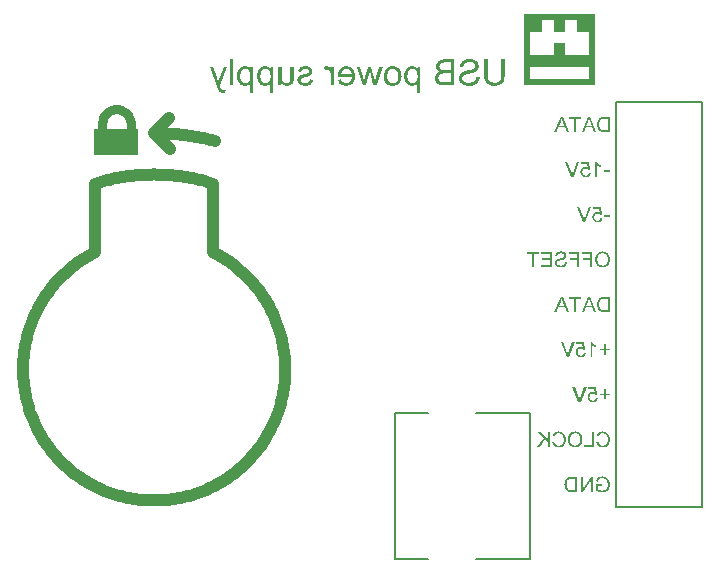
<source format=gbo>
G04*
G04 #@! TF.GenerationSoftware,Altium Limited,Altium Designer,20.0.13 (296)*
G04*
G04 Layer_Color=32896*
%FSLAX25Y25*%
%MOIN*%
G70*
G01*
G75*
%ADD13C,0.01000*%
%ADD14C,0.00787*%
%ADD55C,0.03150*%
%ADD56C,0.03937*%
%ADD57R,0.14961X0.08661*%
G36*
X198091Y181752D02*
X174469D01*
Y205374D01*
X198091D01*
Y181752D01*
D02*
G37*
G36*
X197290Y120939D02*
X196610D01*
Y123264D01*
X194206D01*
Y123870D01*
X196610D01*
Y125455D01*
X193833D01*
Y126061D01*
X197290D01*
Y120939D01*
D02*
G37*
G36*
X192921D02*
X192241D01*
Y123264D01*
X189837D01*
Y123870D01*
X192241D01*
Y125455D01*
X189464D01*
Y126061D01*
X192921D01*
Y120939D01*
D02*
G37*
G36*
X183803D02*
X179987D01*
Y121545D01*
X183124D01*
Y123290D01*
X180300D01*
Y123896D01*
X183124D01*
Y125455D01*
X180107D01*
Y126061D01*
X183803D01*
Y120939D01*
D02*
G37*
G36*
X179434Y125455D02*
X177749D01*
Y120939D01*
X177070D01*
Y125455D01*
X175385D01*
Y126061D01*
X179434D01*
Y125455D01*
D02*
G37*
G36*
X200839Y126141D02*
X201026Y126114D01*
X201206Y126081D01*
X201372Y126034D01*
X201532Y125981D01*
X201679Y125921D01*
X201812Y125854D01*
X201932Y125788D01*
X202038Y125715D01*
X202138Y125654D01*
X202218Y125588D01*
X202285Y125535D01*
X202338Y125488D01*
X202378Y125455D01*
X202405Y125428D01*
X202411Y125421D01*
X202531Y125282D01*
X202638Y125128D01*
X202724Y124969D01*
X202804Y124809D01*
X202871Y124642D01*
X202924Y124476D01*
X202971Y124316D01*
X203004Y124156D01*
X203031Y124010D01*
X203057Y123870D01*
X203071Y123750D01*
X203077Y123643D01*
X203084Y123550D01*
X203091Y123483D01*
Y123463D01*
Y123443D01*
Y123437D01*
Y123430D01*
X203084Y123303D01*
X203077Y123184D01*
X203044Y122944D01*
X202997Y122731D01*
X202971Y122631D01*
X202944Y122538D01*
X202917Y122458D01*
X202891Y122378D01*
X202864Y122311D01*
X202844Y122258D01*
X202824Y122211D01*
X202811Y122178D01*
X202798Y122158D01*
Y122151D01*
X202678Y121938D01*
X202538Y121745D01*
X202471Y121665D01*
X202398Y121585D01*
X202325Y121512D01*
X202258Y121445D01*
X202191Y121392D01*
X202132Y121339D01*
X202078Y121299D01*
X202032Y121266D01*
X201992Y121232D01*
X201965Y121212D01*
X201945Y121206D01*
X201938Y121199D01*
X201832Y121139D01*
X201719Y121086D01*
X201612Y121039D01*
X201499Y120999D01*
X201279Y120939D01*
X201079Y120899D01*
X200986Y120879D01*
X200906Y120873D01*
X200833Y120866D01*
X200766Y120859D01*
X200720Y120853D01*
X200646D01*
X200520Y120859D01*
X200400Y120866D01*
X200173Y120899D01*
X199960Y120952D01*
X199867Y120979D01*
X199774Y121012D01*
X199694Y121039D01*
X199621Y121066D01*
X199561Y121092D01*
X199507Y121119D01*
X199468Y121139D01*
X199434Y121152D01*
X199414Y121166D01*
X199408D01*
X199301Y121226D01*
X199201Y121292D01*
X199021Y121445D01*
X198868Y121599D01*
X198802Y121672D01*
X198742Y121745D01*
X198688Y121818D01*
X198642Y121878D01*
X198608Y121938D01*
X198575Y121992D01*
X198548Y122031D01*
X198528Y122065D01*
X198522Y122085D01*
X198515Y122091D01*
X198462Y122211D01*
X198409Y122331D01*
X198329Y122571D01*
X198275Y122804D01*
X198255Y122917D01*
X198235Y123024D01*
X198222Y123124D01*
X198209Y123210D01*
X198202Y123290D01*
Y123357D01*
X198196Y123417D01*
Y123457D01*
Y123483D01*
Y123490D01*
Y123630D01*
X198209Y123770D01*
X198242Y124030D01*
X198262Y124149D01*
X198289Y124263D01*
X198315Y124369D01*
X198342Y124462D01*
X198375Y124549D01*
X198402Y124629D01*
X198428Y124696D01*
X198449Y124755D01*
X198468Y124802D01*
X198482Y124835D01*
X198488Y124855D01*
X198495Y124862D01*
X198622Y125075D01*
X198688Y125175D01*
X198755Y125268D01*
X198828Y125348D01*
X198901Y125428D01*
X198975Y125501D01*
X199041Y125561D01*
X199108Y125621D01*
X199168Y125668D01*
X199228Y125708D01*
X199274Y125748D01*
X199314Y125774D01*
X199341Y125794D01*
X199361Y125801D01*
X199368Y125808D01*
X199474Y125868D01*
X199587Y125921D01*
X199694Y125968D01*
X199807Y126007D01*
X200020Y126067D01*
X200213Y126107D01*
X200307Y126121D01*
X200387Y126127D01*
X200460Y126134D01*
X200520Y126141D01*
X200573Y126147D01*
X200640D01*
X200839Y126141D01*
D02*
G37*
G36*
X187007D02*
X187187Y126121D01*
X187346Y126087D01*
X187486Y126061D01*
X187546Y126041D01*
X187599Y126028D01*
X187646Y126007D01*
X187686Y125994D01*
X187719Y125988D01*
X187739Y125974D01*
X187753Y125968D01*
X187759D01*
X187906Y125894D01*
X188039Y125814D01*
X188145Y125728D01*
X188239Y125648D01*
X188305Y125575D01*
X188359Y125508D01*
X188385Y125468D01*
X188399Y125461D01*
Y125455D01*
X188472Y125328D01*
X188525Y125202D01*
X188565Y125082D01*
X188592Y124969D01*
X188605Y124869D01*
X188612Y124795D01*
X188618Y124769D01*
Y124749D01*
Y124735D01*
Y124729D01*
X188612Y124602D01*
X188592Y124482D01*
X188565Y124369D01*
X188532Y124276D01*
X188498Y124196D01*
X188472Y124143D01*
X188452Y124103D01*
X188445Y124096D01*
Y124089D01*
X188372Y123989D01*
X188285Y123896D01*
X188192Y123816D01*
X188105Y123750D01*
X188026Y123690D01*
X187959Y123650D01*
X187932Y123636D01*
X187912Y123623D01*
X187906Y123617D01*
X187899D01*
X187839Y123590D01*
X187773Y123557D01*
X187626Y123503D01*
X187460Y123443D01*
X187300Y123397D01*
X187146Y123350D01*
X187087Y123337D01*
X187027Y123317D01*
X186980Y123310D01*
X186947Y123297D01*
X186920Y123290D01*
X186913D01*
X186787Y123257D01*
X186674Y123230D01*
X186567Y123204D01*
X186474Y123184D01*
X186387Y123157D01*
X186314Y123137D01*
X186247Y123124D01*
X186194Y123104D01*
X186141Y123090D01*
X186101Y123077D01*
X186068Y123070D01*
X186041Y123057D01*
X186014Y123050D01*
X186001Y123044D01*
X185888Y122997D01*
X185794Y122944D01*
X185715Y122897D01*
X185648Y122851D01*
X185601Y122811D01*
X185568Y122777D01*
X185548Y122751D01*
X185541Y122744D01*
X185495Y122678D01*
X185455Y122604D01*
X185428Y122531D01*
X185415Y122464D01*
X185402Y122411D01*
X185395Y122364D01*
Y122338D01*
Y122325D01*
X185402Y122238D01*
X185415Y122158D01*
X185442Y122085D01*
X185468Y122018D01*
X185495Y121965D01*
X185521Y121918D01*
X185535Y121892D01*
X185541Y121885D01*
X185601Y121812D01*
X185675Y121752D01*
X185748Y121698D01*
X185821Y121652D01*
X185888Y121619D01*
X185941Y121592D01*
X185974Y121579D01*
X185981Y121572D01*
X185988D01*
X186101Y121532D01*
X186214Y121505D01*
X186334Y121485D01*
X186434Y121472D01*
X186527Y121465D01*
X186600Y121459D01*
X186667D01*
X186827Y121465D01*
X186973Y121479D01*
X187107Y121505D01*
X187220Y121532D01*
X187320Y121559D01*
X187360Y121572D01*
X187393Y121585D01*
X187420Y121592D01*
X187440Y121599D01*
X187446Y121605D01*
X187453D01*
X187573Y121665D01*
X187679Y121732D01*
X187766Y121798D01*
X187839Y121865D01*
X187892Y121918D01*
X187932Y121965D01*
X187959Y121992D01*
X187966Y122005D01*
X188019Y122105D01*
X188066Y122211D01*
X188105Y122318D01*
X188132Y122418D01*
X188152Y122511D01*
X188165Y122578D01*
Y122604D01*
X188172Y122624D01*
Y122637D01*
Y122644D01*
X188812Y122591D01*
X188798Y122404D01*
X188765Y122225D01*
X188718Y122071D01*
X188665Y121932D01*
X188638Y121872D01*
X188618Y121818D01*
X188592Y121778D01*
X188572Y121738D01*
X188558Y121705D01*
X188545Y121685D01*
X188532Y121672D01*
Y121665D01*
X188425Y121525D01*
X188305Y121399D01*
X188186Y121292D01*
X188066Y121206D01*
X187959Y121139D01*
X187912Y121112D01*
X187879Y121092D01*
X187846Y121072D01*
X187819Y121059D01*
X187806Y121052D01*
X187799D01*
X187613Y120986D01*
X187420Y120939D01*
X187220Y120899D01*
X187040Y120879D01*
X186953Y120873D01*
X186880Y120866D01*
X186807Y120859D01*
X186747D01*
X186700Y120853D01*
X186634D01*
X186434Y120859D01*
X186247Y120886D01*
X186081Y120919D01*
X185941Y120952D01*
X185874Y120973D01*
X185821Y120993D01*
X185775Y121006D01*
X185728Y121019D01*
X185701Y121033D01*
X185675Y121046D01*
X185661Y121052D01*
X185655D01*
X185502Y121132D01*
X185362Y121226D01*
X185248Y121319D01*
X185155Y121405D01*
X185082Y121485D01*
X185022Y121552D01*
X185009Y121579D01*
X184995Y121599D01*
X184982Y121605D01*
Y121612D01*
X184902Y121745D01*
X184842Y121885D01*
X184802Y122011D01*
X184769Y122131D01*
X184756Y122231D01*
X184749Y122271D01*
Y122311D01*
X184742Y122338D01*
Y122358D01*
Y122371D01*
Y122378D01*
X184749Y122531D01*
X184775Y122664D01*
X184809Y122791D01*
X184849Y122897D01*
X184895Y122984D01*
X184929Y123050D01*
X184942Y123070D01*
X184955Y123090D01*
X184962Y123097D01*
Y123104D01*
X185049Y123217D01*
X185155Y123324D01*
X185262Y123410D01*
X185368Y123490D01*
X185468Y123550D01*
X185548Y123590D01*
X185581Y123610D01*
X185601Y123623D01*
X185615Y123630D01*
X185621D01*
X185681Y123656D01*
X185755Y123683D01*
X185841Y123710D01*
X185928Y123743D01*
X186114Y123796D01*
X186301Y123843D01*
X186394Y123870D01*
X186474Y123890D01*
X186554Y123910D01*
X186620Y123923D01*
X186674Y123936D01*
X186720Y123950D01*
X186747Y123956D01*
X186754D01*
X186900Y123989D01*
X187033Y124023D01*
X187153Y124056D01*
X187260Y124089D01*
X187353Y124123D01*
X187433Y124149D01*
X187506Y124183D01*
X187573Y124209D01*
X187619Y124229D01*
X187666Y124249D01*
X187699Y124269D01*
X187726Y124289D01*
X187746Y124296D01*
X187759Y124309D01*
X187773Y124316D01*
X187839Y124389D01*
X187886Y124462D01*
X187919Y124536D01*
X187939Y124609D01*
X187952Y124676D01*
X187966Y124722D01*
Y124755D01*
Y124769D01*
X187952Y124882D01*
X187919Y124988D01*
X187879Y125082D01*
X187826Y125162D01*
X187773Y125228D01*
X187733Y125275D01*
X187699Y125302D01*
X187686Y125315D01*
X187633Y125355D01*
X187566Y125388D01*
X187426Y125448D01*
X187280Y125488D01*
X187133Y125515D01*
X187000Y125528D01*
X186947Y125535D01*
X186893Y125541D01*
X186687D01*
X186587Y125528D01*
X186494Y125521D01*
X186407Y125501D01*
X186327Y125481D01*
X186254Y125461D01*
X186188Y125441D01*
X186127Y125421D01*
X186081Y125395D01*
X186034Y125375D01*
X185994Y125355D01*
X185961Y125335D01*
X185941Y125315D01*
X185921Y125308D01*
X185908Y125295D01*
X185801Y125195D01*
X185721Y125075D01*
X185661Y124955D01*
X185615Y124842D01*
X185581Y124735D01*
X185568Y124689D01*
X185561Y124649D01*
X185555Y124616D01*
X185548Y124589D01*
Y124576D01*
Y124569D01*
X184895Y124616D01*
X184909Y124775D01*
X184942Y124929D01*
X184982Y125062D01*
X185029Y125182D01*
X185075Y125282D01*
X185095Y125321D01*
X185108Y125355D01*
X185128Y125381D01*
X185135Y125401D01*
X185149Y125408D01*
Y125415D01*
X185242Y125541D01*
X185355Y125654D01*
X185461Y125748D01*
X185575Y125821D01*
X185668Y125881D01*
X185748Y125928D01*
X185781Y125941D01*
X185801Y125954D01*
X185814Y125961D01*
X185821D01*
X185988Y126021D01*
X186161Y126067D01*
X186327Y126101D01*
X186480Y126127D01*
X186554Y126134D01*
X186620Y126141D01*
X186674D01*
X186727Y126147D01*
X186820D01*
X187007Y126141D01*
D02*
G37*
G36*
X198895Y78407D02*
X198302Y78320D01*
X198249Y78400D01*
X198189Y78467D01*
X198122Y78533D01*
X198062Y78580D01*
X198009Y78627D01*
X197969Y78653D01*
X197942Y78673D01*
X197929Y78680D01*
X197836Y78726D01*
X197736Y78766D01*
X197643Y78793D01*
X197563Y78806D01*
X197483Y78820D01*
X197430Y78826D01*
X197283D01*
X197203Y78813D01*
X197043Y78780D01*
X196910Y78726D01*
X196797Y78673D01*
X196704Y78613D01*
X196637Y78560D01*
X196617Y78540D01*
X196597Y78527D01*
X196584Y78520D01*
Y78513D01*
X196530Y78453D01*
X196484Y78387D01*
X196411Y78247D01*
X196357Y78107D01*
X196324Y77967D01*
X196297Y77847D01*
X196291Y77794D01*
Y77747D01*
X196284Y77714D01*
Y77688D01*
Y77667D01*
Y77661D01*
Y77554D01*
X196297Y77461D01*
X196331Y77281D01*
X196384Y77128D01*
X196437Y76995D01*
X196470Y76942D01*
X196497Y76895D01*
X196524Y76848D01*
X196550Y76815D01*
X196570Y76788D01*
X196584Y76768D01*
X196590Y76762D01*
X196597Y76755D01*
X196657Y76695D01*
X196717Y76642D01*
X196783Y76595D01*
X196850Y76562D01*
X196977Y76495D01*
X197103Y76455D01*
X197210Y76435D01*
X197256Y76429D01*
X197290Y76422D01*
X197323Y76415D01*
X197370D01*
X197510Y76429D01*
X197629Y76455D01*
X197743Y76489D01*
X197836Y76535D01*
X197909Y76575D01*
X197969Y76615D01*
X198002Y76642D01*
X198016Y76648D01*
X198102Y76748D01*
X198176Y76862D01*
X198235Y76982D01*
X198282Y77101D01*
X198309Y77201D01*
X198322Y77248D01*
X198335Y77288D01*
X198342Y77321D01*
Y77348D01*
X198349Y77361D01*
Y77368D01*
X199008Y77321D01*
X198995Y77201D01*
X198968Y77088D01*
X198941Y76988D01*
X198901Y76888D01*
X198868Y76795D01*
X198821Y76709D01*
X198782Y76629D01*
X198735Y76562D01*
X198695Y76495D01*
X198648Y76442D01*
X198615Y76395D01*
X198575Y76355D01*
X198548Y76322D01*
X198528Y76302D01*
X198515Y76289D01*
X198509Y76282D01*
X198422Y76216D01*
X198335Y76156D01*
X198242Y76102D01*
X198142Y76062D01*
X198049Y76022D01*
X197956Y75989D01*
X197776Y75943D01*
X197689Y75929D01*
X197616Y75916D01*
X197543Y75909D01*
X197483Y75903D01*
X197436Y75896D01*
X197370D01*
X197216Y75903D01*
X197070Y75923D01*
X196930Y75956D01*
X196797Y75996D01*
X196677Y76042D01*
X196570Y76089D01*
X196470Y76149D01*
X196377Y76209D01*
X196297Y76262D01*
X196224Y76322D01*
X196164Y76369D01*
X196117Y76422D01*
X196078Y76455D01*
X196044Y76489D01*
X196031Y76509D01*
X196024Y76515D01*
X195951Y76615D01*
X195891Y76715D01*
X195838Y76815D01*
X195791Y76915D01*
X195751Y77015D01*
X195718Y77115D01*
X195671Y77308D01*
X195651Y77388D01*
X195638Y77468D01*
X195631Y77541D01*
X195625Y77601D01*
X195618Y77648D01*
Y77681D01*
Y77707D01*
Y77714D01*
X195625Y77847D01*
X195638Y77974D01*
X195658Y78094D01*
X195691Y78214D01*
X195725Y78320D01*
X195765Y78413D01*
X195805Y78507D01*
X195851Y78587D01*
X195891Y78660D01*
X195938Y78726D01*
X195978Y78780D01*
X196011Y78826D01*
X196044Y78866D01*
X196064Y78893D01*
X196078Y78906D01*
X196084Y78913D01*
X196171Y78993D01*
X196264Y79066D01*
X196357Y79126D01*
X196450Y79186D01*
X196550Y79226D01*
X196644Y79266D01*
X196730Y79299D01*
X196817Y79319D01*
X196903Y79339D01*
X196977Y79352D01*
X197043Y79366D01*
X197097Y79373D01*
X197143Y79379D01*
X197210D01*
X197303Y79373D01*
X197396Y79366D01*
X197576Y79326D01*
X197736Y79279D01*
X197882Y79219D01*
X197949Y79186D01*
X198002Y79159D01*
X198056Y79126D01*
X198096Y79106D01*
X198129Y79086D01*
X198155Y79066D01*
X198169Y79059D01*
X198176Y79053D01*
X197902Y80438D01*
X195858D01*
Y81037D01*
X198402D01*
X198895Y78407D01*
D02*
G37*
G36*
X201699Y78800D02*
X203091D01*
Y78214D01*
X201699D01*
Y76808D01*
X201106D01*
Y78214D01*
X199714D01*
Y78800D01*
X201106D01*
Y80192D01*
X201699D01*
Y78800D01*
D02*
G37*
G36*
X193320Y75982D02*
X192614D01*
X190616Y81104D01*
X191302D01*
X192688Y77381D01*
X192748Y77228D01*
X192801Y77075D01*
X192848Y76928D01*
X192887Y76802D01*
X192921Y76695D01*
X192934Y76655D01*
X192947Y76615D01*
X192954Y76582D01*
X192961Y76562D01*
X192967Y76549D01*
Y76542D01*
X193007Y76688D01*
X193054Y76842D01*
X193101Y76982D01*
X193140Y77108D01*
X193181Y77221D01*
X193194Y77268D01*
X193207Y77308D01*
X193220Y77334D01*
X193227Y77361D01*
X193234Y77375D01*
Y77381D01*
X194566Y81104D01*
X195305D01*
X193320Y75982D01*
D02*
G37*
G36*
X197123Y95987D02*
X197210Y95868D01*
X197303Y95748D01*
X197390Y95648D01*
X197476Y95555D01*
X197543Y95488D01*
X197569Y95461D01*
X197589Y95441D01*
X197603Y95435D01*
X197609Y95428D01*
X197763Y95302D01*
X197916Y95188D01*
X198076Y95082D01*
X198215Y94995D01*
X198342Y94929D01*
X198395Y94895D01*
X198442Y94875D01*
X198475Y94855D01*
X198502Y94842D01*
X198522Y94829D01*
X198528D01*
Y94216D01*
X198415Y94263D01*
X198302Y94316D01*
X198189Y94369D01*
X198089Y94422D01*
X198002Y94469D01*
X197929Y94509D01*
X197902Y94522D01*
X197882Y94536D01*
X197876Y94542D01*
X197869D01*
X197736Y94622D01*
X197623Y94702D01*
X197516Y94775D01*
X197430Y94842D01*
X197363Y94895D01*
X197310Y94942D01*
X197283Y94968D01*
X197270Y94975D01*
Y90973D01*
X196644D01*
Y96114D01*
X197050D01*
X197123Y95987D01*
D02*
G37*
G36*
X194919Y93397D02*
X194326Y93310D01*
X194273Y93390D01*
X194213Y93457D01*
X194146Y93523D01*
X194086Y93570D01*
X194033Y93616D01*
X193993Y93643D01*
X193966Y93663D01*
X193953Y93670D01*
X193860Y93716D01*
X193760Y93756D01*
X193667Y93783D01*
X193587Y93796D01*
X193507Y93810D01*
X193454Y93816D01*
X193307D01*
X193227Y93803D01*
X193067Y93770D01*
X192934Y93716D01*
X192821Y93663D01*
X192728Y93603D01*
X192661Y93550D01*
X192641Y93530D01*
X192621Y93517D01*
X192608Y93510D01*
Y93503D01*
X192554Y93443D01*
X192508Y93377D01*
X192435Y93237D01*
X192381Y93097D01*
X192348Y92957D01*
X192321Y92837D01*
X192315Y92784D01*
Y92737D01*
X192308Y92704D01*
Y92677D01*
Y92658D01*
Y92651D01*
Y92544D01*
X192321Y92451D01*
X192355Y92271D01*
X192408Y92118D01*
X192461Y91985D01*
X192494Y91932D01*
X192521Y91885D01*
X192548Y91838D01*
X192574Y91805D01*
X192594Y91778D01*
X192608Y91758D01*
X192614Y91752D01*
X192621Y91745D01*
X192681Y91685D01*
X192741Y91632D01*
X192807Y91585D01*
X192874Y91552D01*
X193001Y91485D01*
X193127Y91445D01*
X193234Y91425D01*
X193280Y91419D01*
X193314Y91412D01*
X193347Y91405D01*
X193394D01*
X193533Y91419D01*
X193653Y91445D01*
X193767Y91479D01*
X193860Y91525D01*
X193933Y91565D01*
X193993Y91605D01*
X194026Y91632D01*
X194040Y91638D01*
X194126Y91738D01*
X194200Y91852D01*
X194259Y91971D01*
X194306Y92091D01*
X194333Y92191D01*
X194346Y92238D01*
X194359Y92278D01*
X194366Y92311D01*
Y92338D01*
X194373Y92351D01*
Y92358D01*
X195032Y92311D01*
X195019Y92191D01*
X194992Y92078D01*
X194965Y91978D01*
X194925Y91878D01*
X194892Y91785D01*
X194845Y91698D01*
X194806Y91619D01*
X194759Y91552D01*
X194719Y91485D01*
X194672Y91432D01*
X194639Y91386D01*
X194599Y91346D01*
X194572Y91312D01*
X194552Y91292D01*
X194539Y91279D01*
X194532Y91272D01*
X194446Y91206D01*
X194359Y91146D01*
X194266Y91092D01*
X194166Y91052D01*
X194073Y91013D01*
X193980Y90979D01*
X193800Y90933D01*
X193713Y90919D01*
X193640Y90906D01*
X193567Y90899D01*
X193507Y90893D01*
X193460Y90886D01*
X193394D01*
X193240Y90893D01*
X193094Y90913D01*
X192954Y90946D01*
X192821Y90986D01*
X192701Y91032D01*
X192594Y91079D01*
X192494Y91139D01*
X192401Y91199D01*
X192321Y91252D01*
X192248Y91312D01*
X192188Y91359D01*
X192141Y91412D01*
X192102Y91445D01*
X192068Y91479D01*
X192055Y91499D01*
X192048Y91505D01*
X191975Y91605D01*
X191915Y91705D01*
X191862Y91805D01*
X191815Y91905D01*
X191775Y92005D01*
X191742Y92105D01*
X191695Y92298D01*
X191675Y92378D01*
X191662Y92458D01*
X191655Y92531D01*
X191649Y92591D01*
X191642Y92637D01*
Y92671D01*
Y92698D01*
Y92704D01*
X191649Y92837D01*
X191662Y92964D01*
X191682Y93084D01*
X191715Y93204D01*
X191749Y93310D01*
X191788Y93403D01*
X191829Y93497D01*
X191875Y93577D01*
X191915Y93650D01*
X191962Y93716D01*
X192002Y93770D01*
X192035Y93816D01*
X192068Y93856D01*
X192088Y93883D01*
X192102Y93896D01*
X192108Y93903D01*
X192195Y93983D01*
X192288Y94056D01*
X192381Y94116D01*
X192474Y94176D01*
X192574Y94216D01*
X192668Y94256D01*
X192754Y94289D01*
X192841Y94309D01*
X192927Y94329D01*
X193001Y94342D01*
X193067Y94356D01*
X193121Y94362D01*
X193167Y94369D01*
X193234D01*
X193327Y94362D01*
X193420Y94356D01*
X193600Y94316D01*
X193760Y94269D01*
X193906Y94209D01*
X193973Y94176D01*
X194026Y94149D01*
X194080Y94116D01*
X194120Y94096D01*
X194153Y94076D01*
X194179Y94056D01*
X194193Y94050D01*
X194200Y94043D01*
X193926Y95428D01*
X191882D01*
Y96027D01*
X194426D01*
X194919Y93397D01*
D02*
G37*
G36*
X201699Y93790D02*
X203091D01*
Y93204D01*
X201699D01*
Y91798D01*
X201106D01*
Y93204D01*
X199714D01*
Y93790D01*
X201106D01*
Y95182D01*
X201699D01*
Y93790D01*
D02*
G37*
G36*
X189344Y90973D02*
X188638D01*
X186640Y96094D01*
X187326D01*
X188712Y92371D01*
X188772Y92218D01*
X188825Y92065D01*
X188872Y91918D01*
X188911Y91792D01*
X188945Y91685D01*
X188958Y91645D01*
X188971Y91605D01*
X188978Y91572D01*
X188985Y91552D01*
X188991Y91539D01*
Y91532D01*
X189031Y91679D01*
X189078Y91832D01*
X189125Y91971D01*
X189164Y92098D01*
X189204Y92211D01*
X189218Y92258D01*
X189231Y92298D01*
X189244Y92325D01*
X189251Y92351D01*
X189258Y92365D01*
Y92371D01*
X190590Y96094D01*
X191329D01*
X189344Y90973D01*
D02*
G37*
G36*
X203091Y105939D02*
X201246D01*
X201079Y105946D01*
X200919Y105953D01*
X200780Y105966D01*
X200660Y105986D01*
X200560Y105999D01*
X200520Y106006D01*
X200486Y106012D01*
X200460Y106019D01*
X200440D01*
X200433Y106026D01*
X200427D01*
X200300Y106059D01*
X200180Y106099D01*
X200074Y106146D01*
X199987Y106186D01*
X199914Y106219D01*
X199860Y106252D01*
X199827Y106272D01*
X199814Y106279D01*
X199721Y106352D01*
X199627Y106425D01*
X199547Y106505D01*
X199481Y106579D01*
X199421Y106645D01*
X199381Y106699D01*
X199348Y106732D01*
X199341Y106745D01*
X199268Y106858D01*
X199195Y106985D01*
X199135Y107111D01*
X199088Y107231D01*
X199048Y107331D01*
X199035Y107378D01*
X199021Y107418D01*
X199008Y107444D01*
X199001Y107471D01*
X198995Y107484D01*
Y107491D01*
X198948Y107664D01*
X198915Y107844D01*
X198888Y108017D01*
X198875Y108177D01*
X198868Y108250D01*
X198861Y108317D01*
Y108377D01*
X198855Y108423D01*
Y108470D01*
Y108497D01*
Y108517D01*
Y108523D01*
X198861Y108770D01*
X198888Y109003D01*
X198901Y109109D01*
X198921Y109209D01*
X198941Y109302D01*
X198955Y109389D01*
X198975Y109469D01*
X198995Y109536D01*
X199015Y109596D01*
X199028Y109649D01*
X199041Y109689D01*
X199055Y109715D01*
X199061Y109735D01*
Y109742D01*
X199141Y109935D01*
X199241Y110102D01*
X199341Y110255D01*
X199441Y110381D01*
X199487Y110435D01*
X199527Y110481D01*
X199567Y110521D01*
X199601Y110555D01*
X199627Y110581D01*
X199647Y110601D01*
X199661Y110608D01*
X199667Y110615D01*
X199787Y110708D01*
X199914Y110788D01*
X200040Y110848D01*
X200160Y110901D01*
X200260Y110934D01*
X200307Y110948D01*
X200347Y110961D01*
X200373Y110968D01*
X200400Y110974D01*
X200413Y110981D01*
X200420D01*
X200546Y111007D01*
X200693Y111028D01*
X200846Y111041D01*
X200993Y111054D01*
X201119D01*
X201179Y111061D01*
X203091D01*
Y105939D01*
D02*
G37*
G36*
X198482D02*
X197769D01*
X197210Y107491D01*
X195065D01*
X194473Y105939D01*
X193707D01*
X195791Y111061D01*
X196530D01*
X198482Y105939D01*
D02*
G37*
G36*
X193540Y110455D02*
X191855D01*
Y105939D01*
X191176D01*
Y110455D01*
X189491D01*
Y111061D01*
X193540D01*
Y110455D01*
D02*
G37*
G36*
X189344Y105939D02*
X188632D01*
X188072Y107491D01*
X185928D01*
X185335Y105939D01*
X184569D01*
X186654Y111061D01*
X187393D01*
X189344Y105939D01*
D02*
G37*
G36*
X200520Y138407D02*
X199927Y138320D01*
X199874Y138400D01*
X199814Y138467D01*
X199747Y138533D01*
X199687Y138580D01*
X199634Y138627D01*
X199594Y138653D01*
X199567Y138673D01*
X199554Y138680D01*
X199461Y138726D01*
X199361Y138766D01*
X199268Y138793D01*
X199188Y138806D01*
X199108Y138820D01*
X199055Y138826D01*
X198908D01*
X198828Y138813D01*
X198668Y138780D01*
X198535Y138726D01*
X198422Y138673D01*
X198329Y138613D01*
X198262Y138560D01*
X198242Y138540D01*
X198222Y138527D01*
X198209Y138520D01*
Y138513D01*
X198155Y138453D01*
X198109Y138387D01*
X198036Y138247D01*
X197982Y138107D01*
X197949Y137967D01*
X197922Y137847D01*
X197916Y137794D01*
Y137747D01*
X197909Y137714D01*
Y137688D01*
Y137668D01*
Y137661D01*
Y137554D01*
X197922Y137461D01*
X197956Y137281D01*
X198009Y137128D01*
X198062Y136995D01*
X198096Y136942D01*
X198122Y136895D01*
X198149Y136848D01*
X198176Y136815D01*
X198196Y136788D01*
X198209Y136768D01*
X198215Y136762D01*
X198222Y136755D01*
X198282Y136695D01*
X198342Y136642D01*
X198409Y136595D01*
X198475Y136562D01*
X198602Y136495D01*
X198728Y136455D01*
X198835Y136435D01*
X198881Y136429D01*
X198915Y136422D01*
X198948Y136415D01*
X198995D01*
X199135Y136429D01*
X199254Y136455D01*
X199368Y136489D01*
X199461Y136535D01*
X199534Y136575D01*
X199594Y136615D01*
X199627Y136642D01*
X199641Y136648D01*
X199727Y136748D01*
X199801Y136862D01*
X199860Y136981D01*
X199907Y137101D01*
X199934Y137201D01*
X199947Y137248D01*
X199960Y137288D01*
X199967Y137321D01*
Y137348D01*
X199974Y137361D01*
Y137368D01*
X200633Y137321D01*
X200620Y137201D01*
X200593Y137088D01*
X200566Y136988D01*
X200526Y136888D01*
X200493Y136795D01*
X200447Y136708D01*
X200407Y136628D01*
X200360Y136562D01*
X200320Y136495D01*
X200273Y136442D01*
X200240Y136395D01*
X200200Y136355D01*
X200173Y136322D01*
X200153Y136302D01*
X200140Y136289D01*
X200133Y136282D01*
X200047Y136216D01*
X199960Y136156D01*
X199867Y136102D01*
X199767Y136062D01*
X199674Y136022D01*
X199581Y135989D01*
X199401Y135943D01*
X199314Y135929D01*
X199241Y135916D01*
X199168Y135909D01*
X199108Y135903D01*
X199061Y135896D01*
X198995D01*
X198842Y135903D01*
X198695Y135923D01*
X198555Y135956D01*
X198422Y135996D01*
X198302Y136042D01*
X198196Y136089D01*
X198096Y136149D01*
X198002Y136209D01*
X197922Y136262D01*
X197849Y136322D01*
X197789Y136369D01*
X197743Y136422D01*
X197703Y136455D01*
X197669Y136489D01*
X197656Y136509D01*
X197649Y136515D01*
X197576Y136615D01*
X197516Y136715D01*
X197463Y136815D01*
X197416Y136915D01*
X197376Y137015D01*
X197343Y137115D01*
X197296Y137308D01*
X197276Y137388D01*
X197263Y137468D01*
X197256Y137541D01*
X197250Y137601D01*
X197243Y137647D01*
Y137681D01*
Y137707D01*
Y137714D01*
X197250Y137847D01*
X197263Y137974D01*
X197283Y138094D01*
X197316Y138214D01*
X197350Y138320D01*
X197390Y138413D01*
X197430Y138507D01*
X197476Y138587D01*
X197516Y138660D01*
X197563Y138726D01*
X197603Y138780D01*
X197636Y138826D01*
X197669Y138866D01*
X197689Y138893D01*
X197703Y138906D01*
X197709Y138913D01*
X197796Y138993D01*
X197889Y139066D01*
X197982Y139126D01*
X198076Y139186D01*
X198176Y139226D01*
X198269Y139266D01*
X198355Y139299D01*
X198442Y139319D01*
X198528Y139339D01*
X198602Y139353D01*
X198668Y139366D01*
X198722Y139373D01*
X198768Y139379D01*
X198835D01*
X198928Y139373D01*
X199021Y139366D01*
X199201Y139326D01*
X199361Y139279D01*
X199507Y139219D01*
X199574Y139186D01*
X199627Y139159D01*
X199681Y139126D01*
X199721Y139106D01*
X199754Y139086D01*
X199780Y139066D01*
X199794Y139059D01*
X199801Y139053D01*
X199527Y140438D01*
X197483D01*
Y141037D01*
X200027D01*
X200520Y138407D01*
D02*
G37*
G36*
X203091Y137521D02*
X201159D01*
Y138154D01*
X203091D01*
Y137521D01*
D02*
G37*
G36*
X194945Y135983D02*
X194239D01*
X192241Y141104D01*
X192927D01*
X194313Y137381D01*
X194373Y137228D01*
X194426Y137075D01*
X194473Y136928D01*
X194512Y136802D01*
X194546Y136695D01*
X194559Y136655D01*
X194572Y136615D01*
X194579Y136582D01*
X194586Y136562D01*
X194592Y136549D01*
Y136542D01*
X194632Y136688D01*
X194679Y136842D01*
X194726Y136981D01*
X194766Y137108D01*
X194806Y137221D01*
X194819Y137268D01*
X194832Y137308D01*
X194845Y137335D01*
X194852Y137361D01*
X194859Y137374D01*
Y137381D01*
X196191Y141104D01*
X196930D01*
X194945Y135983D01*
D02*
G37*
G36*
X198748Y155988D02*
X198835Y155868D01*
X198928Y155748D01*
X199015Y155648D01*
X199101Y155555D01*
X199168Y155488D01*
X199195Y155461D01*
X199214Y155441D01*
X199228Y155435D01*
X199234Y155428D01*
X199388Y155301D01*
X199541Y155188D01*
X199701Y155082D01*
X199840Y154995D01*
X199967Y154929D01*
X200020Y154895D01*
X200067Y154875D01*
X200100Y154855D01*
X200127Y154842D01*
X200147Y154829D01*
X200153D01*
Y154216D01*
X200040Y154263D01*
X199927Y154316D01*
X199814Y154369D01*
X199714Y154422D01*
X199627Y154469D01*
X199554Y154509D01*
X199527Y154522D01*
X199507Y154536D01*
X199501Y154542D01*
X199494D01*
X199361Y154622D01*
X199248Y154702D01*
X199141Y154775D01*
X199055Y154842D01*
X198988Y154895D01*
X198935Y154942D01*
X198908Y154969D01*
X198895Y154975D01*
Y150972D01*
X198269D01*
Y156114D01*
X198675D01*
X198748Y155988D01*
D02*
G37*
G36*
X196544Y153397D02*
X195951Y153310D01*
X195898Y153390D01*
X195838Y153457D01*
X195771Y153523D01*
X195711Y153570D01*
X195658Y153617D01*
X195618Y153643D01*
X195591Y153663D01*
X195578Y153670D01*
X195485Y153717D01*
X195385Y153756D01*
X195292Y153783D01*
X195212Y153796D01*
X195132Y153810D01*
X195079Y153816D01*
X194932D01*
X194852Y153803D01*
X194692Y153770D01*
X194559Y153717D01*
X194446Y153663D01*
X194353Y153603D01*
X194286Y153550D01*
X194266Y153530D01*
X194246Y153517D01*
X194233Y153510D01*
Y153503D01*
X194179Y153443D01*
X194133Y153377D01*
X194060Y153237D01*
X194006Y153097D01*
X193973Y152957D01*
X193946Y152837D01*
X193940Y152784D01*
Y152737D01*
X193933Y152704D01*
Y152678D01*
Y152657D01*
Y152651D01*
Y152544D01*
X193946Y152451D01*
X193980Y152271D01*
X194033Y152118D01*
X194086Y151985D01*
X194120Y151932D01*
X194146Y151885D01*
X194173Y151838D01*
X194200Y151805D01*
X194219Y151778D01*
X194233Y151758D01*
X194239Y151752D01*
X194246Y151745D01*
X194306Y151685D01*
X194366Y151632D01*
X194432Y151585D01*
X194499Y151552D01*
X194626Y151485D01*
X194752Y151445D01*
X194859Y151425D01*
X194905Y151419D01*
X194939Y151412D01*
X194972Y151405D01*
X195019D01*
X195159Y151419D01*
X195278Y151445D01*
X195392Y151479D01*
X195485Y151525D01*
X195558Y151565D01*
X195618Y151605D01*
X195651Y151632D01*
X195665Y151638D01*
X195751Y151738D01*
X195825Y151852D01*
X195884Y151971D01*
X195931Y152091D01*
X195958Y152191D01*
X195971Y152238D01*
X195984Y152278D01*
X195991Y152311D01*
Y152338D01*
X195998Y152351D01*
Y152358D01*
X196657Y152311D01*
X196644Y152191D01*
X196617Y152078D01*
X196590Y151978D01*
X196550Y151878D01*
X196517Y151785D01*
X196470Y151699D01*
X196431Y151619D01*
X196384Y151552D01*
X196344Y151485D01*
X196297Y151432D01*
X196264Y151385D01*
X196224Y151346D01*
X196197Y151312D01*
X196177Y151292D01*
X196164Y151279D01*
X196158Y151272D01*
X196071Y151206D01*
X195984Y151146D01*
X195891Y151092D01*
X195791Y151052D01*
X195698Y151013D01*
X195605Y150979D01*
X195425Y150933D01*
X195338Y150919D01*
X195265Y150906D01*
X195192Y150899D01*
X195132Y150893D01*
X195085Y150886D01*
X195019D01*
X194866Y150893D01*
X194719Y150913D01*
X194579Y150946D01*
X194446Y150986D01*
X194326Y151032D01*
X194219Y151079D01*
X194120Y151139D01*
X194026Y151199D01*
X193946Y151252D01*
X193873Y151312D01*
X193813Y151359D01*
X193767Y151412D01*
X193727Y151445D01*
X193693Y151479D01*
X193680Y151499D01*
X193673Y151505D01*
X193600Y151605D01*
X193540Y151705D01*
X193487Y151805D01*
X193440Y151905D01*
X193400Y152005D01*
X193367Y152105D01*
X193320Y152298D01*
X193300Y152378D01*
X193287Y152458D01*
X193280Y152531D01*
X193274Y152591D01*
X193267Y152638D01*
Y152671D01*
Y152698D01*
Y152704D01*
X193274Y152837D01*
X193287Y152964D01*
X193307Y153084D01*
X193340Y153204D01*
X193374Y153310D01*
X193414Y153403D01*
X193454Y153497D01*
X193500Y153577D01*
X193540Y153650D01*
X193587Y153717D01*
X193627Y153770D01*
X193660Y153816D01*
X193693Y153856D01*
X193713Y153883D01*
X193727Y153896D01*
X193733Y153903D01*
X193820Y153983D01*
X193913Y154056D01*
X194006Y154116D01*
X194099Y154176D01*
X194200Y154216D01*
X194293Y154256D01*
X194379Y154289D01*
X194466Y154309D01*
X194552Y154329D01*
X194626Y154342D01*
X194692Y154356D01*
X194746Y154362D01*
X194792Y154369D01*
X194859D01*
X194952Y154362D01*
X195045Y154356D01*
X195225Y154316D01*
X195385Y154269D01*
X195531Y154209D01*
X195598Y154176D01*
X195651Y154149D01*
X195705Y154116D01*
X195745Y154096D01*
X195778Y154076D01*
X195805Y154056D01*
X195818Y154050D01*
X195825Y154043D01*
X195551Y155428D01*
X193507D01*
Y156027D01*
X196051D01*
X196544Y153397D01*
D02*
G37*
G36*
X203091Y152511D02*
X201159D01*
Y153144D01*
X203091D01*
Y152511D01*
D02*
G37*
G36*
X190969Y150972D02*
X190263D01*
X188265Y156094D01*
X188951D01*
X190337Y152371D01*
X190397Y152218D01*
X190450Y152065D01*
X190497Y151918D01*
X190536Y151792D01*
X190570Y151685D01*
X190583Y151645D01*
X190596Y151605D01*
X190603Y151572D01*
X190610Y151552D01*
X190616Y151539D01*
Y151532D01*
X190656Y151679D01*
X190703Y151832D01*
X190750Y151971D01*
X190789Y152098D01*
X190830Y152211D01*
X190843Y152258D01*
X190856Y152298D01*
X190869Y152324D01*
X190876Y152351D01*
X190883Y152365D01*
Y152371D01*
X192215Y156094D01*
X192954D01*
X190969Y150972D01*
D02*
G37*
G36*
X183044Y60939D02*
X182365D01*
Y62711D01*
X181532Y63517D01*
X179707Y60939D01*
X178808D01*
X181053Y63976D01*
X178901Y66061D01*
X179821D01*
X182365Y63523D01*
Y66061D01*
X183044D01*
Y60939D01*
D02*
G37*
G36*
X200919Y66134D02*
X201152Y66101D01*
X201366Y66048D01*
X201459Y66021D01*
X201552Y65994D01*
X201632Y65961D01*
X201705Y65934D01*
X201765Y65908D01*
X201818Y65881D01*
X201858Y65861D01*
X201892Y65848D01*
X201912Y65841D01*
X201918Y65834D01*
X202018Y65774D01*
X202118Y65708D01*
X202291Y65561D01*
X202445Y65415D01*
X202564Y65268D01*
X202618Y65195D01*
X202664Y65135D01*
X202704Y65075D01*
X202731Y65029D01*
X202758Y64988D01*
X202778Y64955D01*
X202784Y64935D01*
X202791Y64929D01*
X202844Y64815D01*
X202891Y64696D01*
X202964Y64462D01*
X203017Y64229D01*
X203037Y64116D01*
X203051Y64009D01*
X203064Y63910D01*
X203077Y63823D01*
X203084Y63743D01*
Y63670D01*
X203091Y63617D01*
Y63570D01*
Y63543D01*
Y63537D01*
X203077Y63270D01*
X203051Y63011D01*
X203031Y62897D01*
X203004Y62784D01*
X202984Y62678D01*
X202957Y62578D01*
X202931Y62484D01*
X202911Y62404D01*
X202884Y62338D01*
X202864Y62278D01*
X202851Y62231D01*
X202837Y62191D01*
X202824Y62171D01*
Y62165D01*
X202771Y62051D01*
X202711Y61938D01*
X202651Y61838D01*
X202584Y61745D01*
X202518Y61652D01*
X202451Y61572D01*
X202391Y61499D01*
X202325Y61439D01*
X202265Y61379D01*
X202211Y61326D01*
X202158Y61286D01*
X202118Y61252D01*
X202078Y61219D01*
X202052Y61199D01*
X202038Y61192D01*
X202032Y61186D01*
X201932Y61126D01*
X201825Y61079D01*
X201712Y61032D01*
X201599Y60992D01*
X201372Y60933D01*
X201159Y60893D01*
X201059Y60879D01*
X200973Y60873D01*
X200886Y60866D01*
X200819Y60859D01*
X200760Y60853D01*
X200680D01*
X200533Y60859D01*
X200393Y60873D01*
X200260Y60893D01*
X200133Y60919D01*
X200014Y60953D01*
X199900Y60992D01*
X199801Y61026D01*
X199701Y61072D01*
X199621Y61112D01*
X199547Y61146D01*
X199481Y61186D01*
X199427Y61219D01*
X199381Y61246D01*
X199354Y61266D01*
X199334Y61279D01*
X199328Y61286D01*
X199228Y61372D01*
X199135Y61465D01*
X199048Y61565D01*
X198975Y61672D01*
X198901Y61778D01*
X198842Y61878D01*
X198782Y61985D01*
X198735Y62085D01*
X198688Y62185D01*
X198655Y62271D01*
X198622Y62351D01*
X198595Y62418D01*
X198582Y62478D01*
X198568Y62524D01*
X198555Y62551D01*
Y62558D01*
X199234Y62731D01*
X199268Y62611D01*
X199301Y62504D01*
X199341Y62404D01*
X199381Y62305D01*
X199427Y62218D01*
X199468Y62138D01*
X199514Y62065D01*
X199561Y62005D01*
X199601Y61945D01*
X199641Y61898D01*
X199681Y61852D01*
X199707Y61818D01*
X199734Y61792D01*
X199754Y61772D01*
X199767Y61765D01*
X199774Y61758D01*
X199847Y61699D01*
X199927Y61652D01*
X200007Y61605D01*
X200094Y61572D01*
X200253Y61512D01*
X200407Y61472D01*
X200473Y61459D01*
X200540Y61452D01*
X200593Y61445D01*
X200646Y61439D01*
X200686Y61432D01*
X200740D01*
X200913Y61445D01*
X201073Y61472D01*
X201219Y61505D01*
X201352Y61552D01*
X201459Y61599D01*
X201505Y61619D01*
X201539Y61632D01*
X201572Y61652D01*
X201592Y61659D01*
X201605Y61672D01*
X201612D01*
X201752Y61772D01*
X201872Y61885D01*
X201972Y62005D01*
X202058Y62125D01*
X202125Y62231D01*
X202145Y62278D01*
X202165Y62318D01*
X202185Y62351D01*
X202198Y62378D01*
X202205Y62391D01*
Y62398D01*
X202265Y62584D01*
X202311Y62784D01*
X202345Y62971D01*
X202365Y63150D01*
X202378Y63230D01*
Y63304D01*
X202385Y63370D01*
X202391Y63430D01*
Y63477D01*
Y63510D01*
Y63530D01*
Y63537D01*
X202385Y63723D01*
X202365Y63903D01*
X202338Y64069D01*
X202311Y64223D01*
X202298Y64283D01*
X202285Y64342D01*
X202271Y64396D01*
X202258Y64442D01*
X202245Y64476D01*
X202238Y64502D01*
X202231Y64516D01*
Y64522D01*
X202165Y64696D01*
X202078Y64842D01*
X201985Y64975D01*
X201892Y65082D01*
X201812Y65168D01*
X201745Y65228D01*
X201719Y65255D01*
X201699Y65268D01*
X201685Y65282D01*
X201679D01*
X201599Y65335D01*
X201519Y65375D01*
X201352Y65448D01*
X201186Y65501D01*
X201033Y65535D01*
X200959Y65541D01*
X200893Y65555D01*
X200833Y65561D01*
X200786D01*
X200746Y65568D01*
X200686D01*
X200500Y65555D01*
X200333Y65528D01*
X200187Y65488D01*
X200060Y65441D01*
X199960Y65388D01*
X199920Y65368D01*
X199887Y65348D01*
X199860Y65335D01*
X199840Y65321D01*
X199834Y65308D01*
X199827D01*
X199767Y65255D01*
X199707Y65202D01*
X199601Y65075D01*
X199514Y64942D01*
X199441Y64809D01*
X199381Y64689D01*
X199361Y64635D01*
X199341Y64589D01*
X199328Y64549D01*
X199314Y64522D01*
X199308Y64502D01*
Y64496D01*
X198642Y64656D01*
X198682Y64782D01*
X198735Y64909D01*
X198788Y65022D01*
X198848Y65128D01*
X198908Y65222D01*
X198968Y65315D01*
X199028Y65395D01*
X199088Y65468D01*
X199148Y65535D01*
X199201Y65595D01*
X199254Y65641D01*
X199294Y65681D01*
X199328Y65714D01*
X199361Y65734D01*
X199374Y65748D01*
X199381Y65754D01*
X199481Y65821D01*
X199587Y65888D01*
X199694Y65934D01*
X199801Y65981D01*
X199914Y66021D01*
X200020Y66054D01*
X200220Y66101D01*
X200313Y66114D01*
X200400Y66127D01*
X200480Y66134D01*
X200546Y66141D01*
X200600Y66147D01*
X200799D01*
X200919Y66134D01*
D02*
G37*
G36*
X186214D02*
X186447Y66101D01*
X186660Y66048D01*
X186754Y66021D01*
X186847Y65994D01*
X186927Y65961D01*
X187000Y65934D01*
X187060Y65908D01*
X187113Y65881D01*
X187153Y65861D01*
X187187Y65848D01*
X187206Y65841D01*
X187213Y65834D01*
X187313Y65774D01*
X187413Y65708D01*
X187586Y65561D01*
X187739Y65415D01*
X187859Y65268D01*
X187912Y65195D01*
X187959Y65135D01*
X187999Y65075D01*
X188026Y65029D01*
X188052Y64988D01*
X188072Y64955D01*
X188079Y64935D01*
X188086Y64929D01*
X188139Y64815D01*
X188186Y64696D01*
X188259Y64462D01*
X188312Y64229D01*
X188332Y64116D01*
X188345Y64009D01*
X188359Y63910D01*
X188372Y63823D01*
X188379Y63743D01*
Y63670D01*
X188385Y63617D01*
Y63570D01*
Y63543D01*
Y63537D01*
X188372Y63270D01*
X188345Y63011D01*
X188325Y62897D01*
X188299Y62784D01*
X188279Y62678D01*
X188252Y62578D01*
X188225Y62484D01*
X188205Y62404D01*
X188179Y62338D01*
X188159Y62278D01*
X188145Y62231D01*
X188132Y62191D01*
X188119Y62171D01*
Y62165D01*
X188066Y62051D01*
X188006Y61938D01*
X187946Y61838D01*
X187879Y61745D01*
X187812Y61652D01*
X187746Y61572D01*
X187686Y61499D01*
X187619Y61439D01*
X187559Y61379D01*
X187506Y61326D01*
X187453Y61286D01*
X187413Y61252D01*
X187373Y61219D01*
X187346Y61199D01*
X187333Y61192D01*
X187326Y61186D01*
X187226Y61126D01*
X187120Y61079D01*
X187007Y61032D01*
X186893Y60992D01*
X186667Y60933D01*
X186454Y60893D01*
X186354Y60879D01*
X186267Y60873D01*
X186181Y60866D01*
X186114Y60859D01*
X186054Y60853D01*
X185974D01*
X185828Y60859D01*
X185688Y60873D01*
X185555Y60893D01*
X185428Y60919D01*
X185308Y60953D01*
X185195Y60992D01*
X185095Y61026D01*
X184995Y61072D01*
X184915Y61112D01*
X184842Y61146D01*
X184775Y61186D01*
X184722Y61219D01*
X184676Y61246D01*
X184649Y61266D01*
X184629Y61279D01*
X184622Y61286D01*
X184522Y61372D01*
X184429Y61465D01*
X184343Y61565D01*
X184269Y61672D01*
X184196Y61778D01*
X184136Y61878D01*
X184076Y61985D01*
X184030Y62085D01*
X183983Y62185D01*
X183950Y62271D01*
X183916Y62351D01*
X183890Y62418D01*
X183876Y62478D01*
X183863Y62524D01*
X183850Y62551D01*
Y62558D01*
X184529Y62731D01*
X184562Y62611D01*
X184596Y62504D01*
X184636Y62404D01*
X184676Y62305D01*
X184722Y62218D01*
X184762Y62138D01*
X184809Y62065D01*
X184855Y62005D01*
X184895Y61945D01*
X184935Y61898D01*
X184975Y61852D01*
X185002Y61818D01*
X185029Y61792D01*
X185049Y61772D01*
X185062Y61765D01*
X185069Y61758D01*
X185142Y61699D01*
X185222Y61652D01*
X185302Y61605D01*
X185388Y61572D01*
X185548Y61512D01*
X185701Y61472D01*
X185768Y61459D01*
X185835Y61452D01*
X185888Y61445D01*
X185941Y61439D01*
X185981Y61432D01*
X186034D01*
X186207Y61445D01*
X186367Y61472D01*
X186514Y61505D01*
X186647Y61552D01*
X186754Y61599D01*
X186800Y61619D01*
X186834Y61632D01*
X186867Y61652D01*
X186887Y61659D01*
X186900Y61672D01*
X186907D01*
X187047Y61772D01*
X187167Y61885D01*
X187266Y62005D01*
X187353Y62125D01*
X187420Y62231D01*
X187440Y62278D01*
X187460Y62318D01*
X187479Y62351D01*
X187493Y62378D01*
X187499Y62391D01*
Y62398D01*
X187559Y62584D01*
X187606Y62784D01*
X187639Y62971D01*
X187659Y63150D01*
X187673Y63230D01*
Y63304D01*
X187679Y63370D01*
X187686Y63430D01*
Y63477D01*
Y63510D01*
Y63530D01*
Y63537D01*
X187679Y63723D01*
X187659Y63903D01*
X187633Y64069D01*
X187606Y64223D01*
X187593Y64283D01*
X187579Y64342D01*
X187566Y64396D01*
X187553Y64442D01*
X187540Y64476D01*
X187533Y64502D01*
X187526Y64516D01*
Y64522D01*
X187460Y64696D01*
X187373Y64842D01*
X187280Y64975D01*
X187187Y65082D01*
X187107Y65168D01*
X187040Y65228D01*
X187013Y65255D01*
X186993Y65268D01*
X186980Y65282D01*
X186973D01*
X186893Y65335D01*
X186813Y65375D01*
X186647Y65448D01*
X186480Y65501D01*
X186327Y65535D01*
X186254Y65541D01*
X186188Y65555D01*
X186127Y65561D01*
X186081D01*
X186041Y65568D01*
X185981D01*
X185794Y65555D01*
X185628Y65528D01*
X185482Y65488D01*
X185355Y65441D01*
X185255Y65388D01*
X185215Y65368D01*
X185182Y65348D01*
X185155Y65335D01*
X185135Y65321D01*
X185128Y65308D01*
X185122D01*
X185062Y65255D01*
X185002Y65202D01*
X184895Y65075D01*
X184809Y64942D01*
X184736Y64809D01*
X184676Y64689D01*
X184656Y64635D01*
X184636Y64589D01*
X184622Y64549D01*
X184609Y64522D01*
X184602Y64502D01*
Y64496D01*
X183936Y64656D01*
X183976Y64782D01*
X184030Y64909D01*
X184083Y65022D01*
X184143Y65128D01*
X184203Y65222D01*
X184263Y65315D01*
X184323Y65395D01*
X184383Y65468D01*
X184443Y65535D01*
X184496Y65595D01*
X184549Y65641D01*
X184589Y65681D01*
X184622Y65714D01*
X184656Y65734D01*
X184669Y65748D01*
X184676Y65754D01*
X184775Y65821D01*
X184882Y65888D01*
X184989Y65934D01*
X185095Y65981D01*
X185208Y66021D01*
X185315Y66054D01*
X185515Y66101D01*
X185608Y66114D01*
X185695Y66127D01*
X185775Y66134D01*
X185841Y66141D01*
X185894Y66147D01*
X186094D01*
X186214Y66134D01*
D02*
G37*
G36*
X197749Y60939D02*
X194552D01*
Y61545D01*
X197070D01*
Y66061D01*
X197749D01*
Y60939D01*
D02*
G37*
G36*
X191702Y66141D02*
X191888Y66114D01*
X192068Y66081D01*
X192235Y66034D01*
X192395Y65981D01*
X192541Y65921D01*
X192674Y65854D01*
X192794Y65788D01*
X192901Y65714D01*
X193001Y65654D01*
X193081Y65588D01*
X193147Y65535D01*
X193201Y65488D01*
X193240Y65455D01*
X193267Y65428D01*
X193274Y65421D01*
X193394Y65282D01*
X193500Y65128D01*
X193587Y64969D01*
X193667Y64809D01*
X193733Y64642D01*
X193787Y64476D01*
X193833Y64316D01*
X193867Y64156D01*
X193893Y64009D01*
X193920Y63870D01*
X193933Y63750D01*
X193940Y63643D01*
X193946Y63550D01*
X193953Y63483D01*
Y63463D01*
Y63443D01*
Y63437D01*
Y63430D01*
X193946Y63304D01*
X193940Y63184D01*
X193906Y62944D01*
X193860Y62731D01*
X193833Y62631D01*
X193807Y62538D01*
X193780Y62458D01*
X193753Y62378D01*
X193727Y62311D01*
X193707Y62258D01*
X193687Y62211D01*
X193673Y62178D01*
X193660Y62158D01*
Y62151D01*
X193540Y61938D01*
X193400Y61745D01*
X193334Y61665D01*
X193260Y61585D01*
X193187Y61512D01*
X193121Y61445D01*
X193054Y61392D01*
X192994Y61339D01*
X192941Y61299D01*
X192894Y61266D01*
X192854Y61232D01*
X192827Y61212D01*
X192807Y61206D01*
X192801Y61199D01*
X192694Y61139D01*
X192581Y61086D01*
X192474Y61039D01*
X192361Y60999D01*
X192141Y60939D01*
X191942Y60899D01*
X191849Y60879D01*
X191769Y60873D01*
X191695Y60866D01*
X191629Y60859D01*
X191582Y60853D01*
X191509D01*
X191382Y60859D01*
X191262Y60866D01*
X191036Y60899D01*
X190823Y60953D01*
X190730Y60979D01*
X190636Y61013D01*
X190556Y61039D01*
X190483Y61066D01*
X190423Y61092D01*
X190370Y61119D01*
X190330Y61139D01*
X190297Y61152D01*
X190277Y61166D01*
X190270D01*
X190164Y61226D01*
X190064Y61292D01*
X189884Y61445D01*
X189731Y61599D01*
X189664Y61672D01*
X189604Y61745D01*
X189551Y61818D01*
X189504Y61878D01*
X189471Y61938D01*
X189438Y61992D01*
X189411Y62032D01*
X189391Y62065D01*
X189384Y62085D01*
X189378Y62091D01*
X189324Y62211D01*
X189271Y62331D01*
X189191Y62571D01*
X189138Y62804D01*
X189118Y62917D01*
X189098Y63024D01*
X189085Y63124D01*
X189071Y63210D01*
X189065Y63290D01*
Y63357D01*
X189058Y63417D01*
Y63457D01*
Y63483D01*
Y63490D01*
Y63630D01*
X189071Y63770D01*
X189104Y64030D01*
X189125Y64149D01*
X189151Y64263D01*
X189178Y64369D01*
X189204Y64462D01*
X189238Y64549D01*
X189264Y64629D01*
X189291Y64696D01*
X189311Y64755D01*
X189331Y64802D01*
X189344Y64835D01*
X189351Y64855D01*
X189358Y64862D01*
X189484Y65075D01*
X189551Y65175D01*
X189617Y65268D01*
X189691Y65348D01*
X189764Y65428D01*
X189837Y65501D01*
X189904Y65561D01*
X189970Y65621D01*
X190030Y65668D01*
X190090Y65708D01*
X190137Y65748D01*
X190177Y65774D01*
X190203Y65794D01*
X190223Y65801D01*
X190230Y65808D01*
X190337Y65868D01*
X190450Y65921D01*
X190556Y65968D01*
X190670Y66008D01*
X190883Y66067D01*
X191076Y66107D01*
X191169Y66121D01*
X191249Y66127D01*
X191322Y66134D01*
X191382Y66141D01*
X191436Y66147D01*
X191502D01*
X191702Y66141D01*
D02*
G37*
G36*
X203091Y165939D02*
X201246D01*
X201079Y165946D01*
X200919Y165953D01*
X200780Y165966D01*
X200660Y165986D01*
X200560Y165999D01*
X200520Y166006D01*
X200486Y166013D01*
X200460Y166019D01*
X200440D01*
X200433Y166026D01*
X200427D01*
X200300Y166059D01*
X200180Y166099D01*
X200074Y166146D01*
X199987Y166186D01*
X199914Y166219D01*
X199860Y166252D01*
X199827Y166272D01*
X199814Y166279D01*
X199721Y166352D01*
X199627Y166425D01*
X199547Y166505D01*
X199481Y166579D01*
X199421Y166645D01*
X199381Y166699D01*
X199348Y166732D01*
X199341Y166745D01*
X199268Y166858D01*
X199195Y166985D01*
X199135Y167111D01*
X199088Y167231D01*
X199048Y167331D01*
X199035Y167378D01*
X199021Y167418D01*
X199008Y167444D01*
X199001Y167471D01*
X198995Y167484D01*
Y167491D01*
X198948Y167664D01*
X198915Y167844D01*
X198888Y168017D01*
X198875Y168177D01*
X198868Y168250D01*
X198861Y168317D01*
Y168377D01*
X198855Y168423D01*
Y168470D01*
Y168497D01*
Y168517D01*
Y168523D01*
X198861Y168770D01*
X198888Y169003D01*
X198901Y169109D01*
X198921Y169209D01*
X198941Y169302D01*
X198955Y169389D01*
X198975Y169469D01*
X198995Y169536D01*
X199015Y169596D01*
X199028Y169649D01*
X199041Y169689D01*
X199055Y169715D01*
X199061Y169735D01*
Y169742D01*
X199141Y169935D01*
X199241Y170102D01*
X199341Y170255D01*
X199441Y170381D01*
X199487Y170435D01*
X199527Y170481D01*
X199567Y170521D01*
X199601Y170555D01*
X199627Y170581D01*
X199647Y170601D01*
X199661Y170608D01*
X199667Y170615D01*
X199787Y170708D01*
X199914Y170788D01*
X200040Y170848D01*
X200160Y170901D01*
X200260Y170934D01*
X200307Y170948D01*
X200347Y170961D01*
X200373Y170967D01*
X200400Y170974D01*
X200413Y170981D01*
X200420D01*
X200546Y171008D01*
X200693Y171028D01*
X200846Y171041D01*
X200993Y171054D01*
X201119D01*
X201179Y171061D01*
X203091D01*
Y165939D01*
D02*
G37*
G36*
X198482D02*
X197769D01*
X197210Y167491D01*
X195065D01*
X194473Y165939D01*
X193707D01*
X195791Y171061D01*
X196530D01*
X198482Y165939D01*
D02*
G37*
G36*
X193540Y170455D02*
X191855D01*
Y165939D01*
X191176D01*
Y170455D01*
X189491D01*
Y171061D01*
X193540D01*
Y170455D01*
D02*
G37*
G36*
X189344Y165939D02*
X188632D01*
X188072Y167491D01*
X185928D01*
X185335Y165939D01*
X184569D01*
X186654Y171061D01*
X187393D01*
X189344Y165939D01*
D02*
G37*
G36*
X197363Y45939D02*
X196710D01*
Y49955D01*
X194026Y45939D01*
X193327D01*
Y51061D01*
X193980D01*
Y47038D01*
X196670Y51061D01*
X197363D01*
Y45939D01*
D02*
G37*
G36*
X200673Y51141D02*
X200806Y51134D01*
X201066Y51101D01*
X201186Y51074D01*
X201292Y51047D01*
X201399Y51021D01*
X201492Y50987D01*
X201579Y50961D01*
X201659Y50928D01*
X201725Y50901D01*
X201779Y50881D01*
X201825Y50854D01*
X201858Y50841D01*
X201878Y50834D01*
X201885Y50828D01*
X201992Y50768D01*
X202092Y50695D01*
X202271Y50548D01*
X202351Y50468D01*
X202425Y50388D01*
X202491Y50308D01*
X202551Y50228D01*
X202604Y50155D01*
X202651Y50088D01*
X202691Y50029D01*
X202724Y49975D01*
X202751Y49929D01*
X202771Y49895D01*
X202778Y49875D01*
X202784Y49869D01*
X202837Y49749D01*
X202884Y49622D01*
X202964Y49376D01*
X203017Y49143D01*
X203037Y49029D01*
X203051Y48930D01*
X203064Y48830D01*
X203077Y48743D01*
X203084Y48663D01*
Y48597D01*
X203091Y48543D01*
Y48503D01*
Y48477D01*
Y48470D01*
X203084Y48330D01*
X203077Y48197D01*
X203044Y47937D01*
X203017Y47817D01*
X202991Y47711D01*
X202964Y47604D01*
X202931Y47504D01*
X202904Y47418D01*
X202877Y47338D01*
X202851Y47271D01*
X202824Y47211D01*
X202804Y47165D01*
X202791Y47131D01*
X202778Y47111D01*
Y47105D01*
X202718Y46992D01*
X202651Y46892D01*
X202578Y46792D01*
X202498Y46705D01*
X202425Y46619D01*
X202345Y46545D01*
X202271Y46472D01*
X202198Y46412D01*
X202125Y46359D01*
X202065Y46306D01*
X202005Y46266D01*
X201952Y46232D01*
X201912Y46206D01*
X201878Y46186D01*
X201858Y46179D01*
X201852Y46172D01*
X201732Y46119D01*
X201612Y46066D01*
X201379Y45986D01*
X201146Y45933D01*
X201039Y45913D01*
X200933Y45893D01*
X200839Y45879D01*
X200753Y45873D01*
X200673Y45859D01*
X200606D01*
X200553Y45853D01*
X200480D01*
X200273Y45859D01*
X200074Y45886D01*
X199887Y45919D01*
X199721Y45953D01*
X199654Y45972D01*
X199587Y45992D01*
X199527Y46006D01*
X199481Y46019D01*
X199441Y46033D01*
X199414Y46046D01*
X199394Y46052D01*
X199388D01*
X199188Y46132D01*
X199001Y46232D01*
X198828Y46325D01*
X198668Y46425D01*
X198602Y46472D01*
X198542Y46512D01*
X198488Y46545D01*
X198442Y46579D01*
X198402Y46605D01*
X198375Y46625D01*
X198362Y46639D01*
X198355Y46645D01*
Y48550D01*
X200526D01*
Y47944D01*
X199021D01*
Y46985D01*
X199115Y46912D01*
X199214Y46845D01*
X199321Y46785D01*
X199421Y46732D01*
X199514Y46685D01*
X199594Y46652D01*
X199621Y46645D01*
X199641Y46632D01*
X199654Y46625D01*
X199661D01*
X199820Y46572D01*
X199974Y46532D01*
X200114Y46499D01*
X200247Y46479D01*
X200360Y46465D01*
X200407D01*
X200447Y46459D01*
X200520D01*
X200706Y46465D01*
X200886Y46492D01*
X201046Y46525D01*
X201186Y46572D01*
X201252Y46592D01*
X201306Y46612D01*
X201359Y46625D01*
X201399Y46645D01*
X201432Y46659D01*
X201459Y46672D01*
X201472Y46679D01*
X201479D01*
X201639Y46772D01*
X201772Y46878D01*
X201892Y46998D01*
X201985Y47105D01*
X202058Y47205D01*
X202092Y47251D01*
X202112Y47291D01*
X202132Y47318D01*
X202145Y47344D01*
X202158Y47358D01*
Y47365D01*
X202238Y47544D01*
X202291Y47737D01*
X202331Y47931D01*
X202365Y48110D01*
X202371Y48190D01*
X202378Y48270D01*
X202385Y48337D01*
Y48397D01*
X202391Y48443D01*
Y48477D01*
Y48503D01*
Y48510D01*
X202385Y48716D01*
X202358Y48910D01*
X202331Y49083D01*
X202291Y49236D01*
X202278Y49303D01*
X202258Y49362D01*
X202245Y49416D01*
X202225Y49462D01*
X202218Y49496D01*
X202205Y49522D01*
X202198Y49536D01*
Y49542D01*
X202151Y49642D01*
X202098Y49742D01*
X202045Y49829D01*
X201998Y49902D01*
X201952Y49962D01*
X201912Y50008D01*
X201885Y50035D01*
X201878Y50049D01*
X201799Y50128D01*
X201705Y50208D01*
X201612Y50268D01*
X201525Y50322D01*
X201452Y50368D01*
X201386Y50395D01*
X201346Y50415D01*
X201339Y50421D01*
X201332D01*
X201199Y50468D01*
X201066Y50508D01*
X200926Y50535D01*
X200799Y50548D01*
X200693Y50561D01*
X200646D01*
X200606Y50568D01*
X200526D01*
X200387Y50561D01*
X200253Y50548D01*
X200133Y50521D01*
X200034Y50501D01*
X199947Y50475D01*
X199880Y50448D01*
X199840Y50435D01*
X199834Y50428D01*
X199827D01*
X199714Y50375D01*
X199614Y50315D01*
X199527Y50255D01*
X199461Y50202D01*
X199408Y50148D01*
X199368Y50108D01*
X199341Y50082D01*
X199334Y50068D01*
X199274Y49982D01*
X199214Y49882D01*
X199168Y49775D01*
X199128Y49682D01*
X199095Y49589D01*
X199068Y49522D01*
X199061Y49496D01*
X199055Y49476D01*
X199048Y49462D01*
Y49456D01*
X198435Y49622D01*
X198488Y49809D01*
X198555Y49975D01*
X198615Y50115D01*
X198682Y50235D01*
X198742Y50335D01*
X198762Y50375D01*
X198788Y50401D01*
X198802Y50428D01*
X198815Y50448D01*
X198828Y50455D01*
Y50461D01*
X198928Y50575D01*
X199041Y50674D01*
X199161Y50761D01*
X199274Y50834D01*
X199374Y50888D01*
X199414Y50908D01*
X199454Y50928D01*
X199487Y50941D01*
X199507Y50954D01*
X199521Y50961D01*
X199527D01*
X199701Y51021D01*
X199874Y51067D01*
X200040Y51101D01*
X200200Y51127D01*
X200267Y51134D01*
X200333Y51141D01*
X200387D01*
X200440Y51147D01*
X200533D01*
X200673Y51141D01*
D02*
G37*
G36*
X192188Y45939D02*
X190343D01*
X190177Y45946D01*
X190017Y45953D01*
X189877Y45966D01*
X189757Y45986D01*
X189657Y45999D01*
X189617Y46006D01*
X189584Y46012D01*
X189557Y46019D01*
X189537D01*
X189531Y46026D01*
X189524D01*
X189398Y46059D01*
X189278Y46099D01*
X189171Y46146D01*
X189085Y46186D01*
X189011Y46219D01*
X188958Y46252D01*
X188925Y46272D01*
X188911Y46279D01*
X188818Y46352D01*
X188725Y46425D01*
X188645Y46505D01*
X188578Y46579D01*
X188519Y46645D01*
X188479Y46698D01*
X188445Y46732D01*
X188439Y46745D01*
X188365Y46858D01*
X188292Y46985D01*
X188232Y47111D01*
X188186Y47231D01*
X188145Y47331D01*
X188132Y47378D01*
X188119Y47418D01*
X188105Y47444D01*
X188099Y47471D01*
X188092Y47484D01*
Y47491D01*
X188046Y47664D01*
X188012Y47844D01*
X187986Y48017D01*
X187972Y48177D01*
X187966Y48250D01*
X187959Y48317D01*
Y48377D01*
X187952Y48423D01*
Y48470D01*
Y48497D01*
Y48517D01*
Y48523D01*
X187959Y48770D01*
X187986Y49003D01*
X187999Y49109D01*
X188019Y49209D01*
X188039Y49303D01*
X188052Y49389D01*
X188072Y49469D01*
X188092Y49536D01*
X188112Y49596D01*
X188126Y49649D01*
X188139Y49689D01*
X188152Y49715D01*
X188159Y49735D01*
Y49742D01*
X188239Y49935D01*
X188339Y50102D01*
X188439Y50255D01*
X188538Y50381D01*
X188585Y50435D01*
X188625Y50481D01*
X188665Y50521D01*
X188698Y50555D01*
X188725Y50581D01*
X188745Y50601D01*
X188758Y50608D01*
X188765Y50615D01*
X188885Y50708D01*
X189011Y50788D01*
X189138Y50848D01*
X189258Y50901D01*
X189358Y50934D01*
X189404Y50948D01*
X189444Y50961D01*
X189471Y50968D01*
X189497Y50974D01*
X189511Y50981D01*
X189517D01*
X189644Y51007D01*
X189790Y51028D01*
X189944Y51041D01*
X190090Y51054D01*
X190217D01*
X190277Y51061D01*
X192188D01*
Y45939D01*
D02*
G37*
G36*
X125396Y181531D02*
X124283D01*
X123011Y186346D01*
X122764Y185277D01*
X121763Y181531D01*
X120671D01*
X118702Y187797D01*
X119738D01*
X120817Y184175D01*
X121177Y182960D01*
X121481Y184152D01*
X122426Y187797D01*
X123518D01*
X124507Y184119D01*
X124564Y183905D01*
X124609Y183725D01*
X124654Y183556D01*
X124688Y183410D01*
X124721Y183286D01*
X124744Y183185D01*
X124766Y183095D01*
X124789Y183028D01*
X124800Y182971D01*
X124811Y182915D01*
X124822Y182859D01*
X124834Y182836D01*
Y182825D01*
X125194Y184175D01*
X126195Y187797D01*
X127297D01*
X125396Y181531D01*
D02*
G37*
G36*
X73039D02*
X73084Y181419D01*
X73118Y181340D01*
X73129Y181284D01*
X73140Y181272D01*
X73185Y181160D01*
X73219Y181059D01*
X73286Y180879D01*
X73343Y180744D01*
X73387Y180631D01*
X73421Y180552D01*
X73444Y180508D01*
X73466Y180485D01*
Y180474D01*
X73579Y180327D01*
X73691Y180226D01*
X73736Y180192D01*
X73781Y180170D01*
X73804Y180148D01*
X73815D01*
X73894Y180103D01*
X73984Y180080D01*
X74175Y180035D01*
X74254D01*
X74321Y180024D01*
X74378D01*
X74580Y180035D01*
X74681Y180058D01*
X74771Y180080D01*
X74850Y180091D01*
X74918Y180114D01*
X74963Y180125D01*
X74974D01*
X74861Y179135D01*
X74726Y179090D01*
X74603Y179056D01*
X74479Y179034D01*
X74378Y179023D01*
X74299Y179011D01*
X74231Y179000D01*
X74175D01*
X73995Y179011D01*
X73826Y179034D01*
X73680Y179079D01*
X73556Y179124D01*
X73444Y179169D01*
X73376Y179214D01*
X73320Y179236D01*
X73309Y179247D01*
X73174Y179349D01*
X73050Y179472D01*
X72938Y179596D01*
X72847Y179720D01*
X72769Y179832D01*
X72701Y179934D01*
X72667Y179990D01*
X72656Y180013D01*
X72611Y180091D01*
X72566Y180181D01*
X72476Y180395D01*
X72375Y180631D01*
X72274Y180868D01*
X72195Y181081D01*
X72150Y181183D01*
X72127Y181261D01*
X72094Y181329D01*
X72071Y181385D01*
X72060Y181419D01*
Y181430D01*
X69686Y187797D01*
X70744D01*
X72083Y184141D01*
X72172Y183882D01*
X72263Y183624D01*
X72341Y183387D01*
X72409Y183174D01*
X72454Y182994D01*
X72476Y182915D01*
X72499Y182847D01*
X72510Y182791D01*
X72521Y182757D01*
X72532Y182735D01*
Y182724D01*
X72611Y183005D01*
X72690Y183275D01*
X72769Y183522D01*
X72836Y183736D01*
X72892Y183916D01*
X72915Y183995D01*
X72938Y184051D01*
X72960Y184107D01*
X72971Y184141D01*
X72983Y184164D01*
Y184175D01*
X74299Y187797D01*
X75424D01*
X73039Y181531D01*
D02*
G37*
G36*
X168000Y185176D02*
Y184929D01*
X167989Y184693D01*
X167966Y184467D01*
X167944Y184254D01*
X167921Y184063D01*
X167899Y183882D01*
X167865Y183725D01*
X167831Y183579D01*
X167809Y183444D01*
X167775Y183331D01*
X167753Y183230D01*
X167719Y183151D01*
X167708Y183084D01*
X167685Y183039D01*
X167674Y183016D01*
Y183005D01*
X167527Y182724D01*
X167359Y182487D01*
X167179Y182274D01*
X166999Y182105D01*
X166830Y181970D01*
X166695Y181880D01*
X166650Y181846D01*
X166605Y181824D01*
X166583Y181801D01*
X166571D01*
X166268Y181666D01*
X165930Y181565D01*
X165604Y181486D01*
X165289Y181441D01*
X165143Y181419D01*
X165007Y181407D01*
X164884Y181396D01*
X164783D01*
X164692Y181385D01*
X164580D01*
X164355Y181396D01*
X164130Y181407D01*
X163927Y181430D01*
X163736Y181464D01*
X163556Y181498D01*
X163399Y181531D01*
X163241Y181576D01*
X163106Y181621D01*
X162982Y181666D01*
X162870Y181711D01*
X162780Y181745D01*
X162701Y181779D01*
X162645Y181813D01*
X162600Y181835D01*
X162577Y181858D01*
X162566D01*
X162431Y181948D01*
X162296Y182049D01*
X162071Y182263D01*
X161891Y182465D01*
X161745Y182668D01*
X161633Y182836D01*
X161588Y182915D01*
X161554Y182983D01*
X161531Y183028D01*
X161509Y183072D01*
X161497Y183095D01*
Y183106D01*
X161441Y183253D01*
X161396Y183410D01*
X161318Y183747D01*
X161273Y184096D01*
X161228Y184434D01*
X161216Y184580D01*
X161205Y184726D01*
Y184850D01*
X161194Y184962D01*
Y185053D01*
Y185120D01*
Y185165D01*
Y185176D01*
Y190182D01*
X162341D01*
Y185187D01*
X162353Y184895D01*
X162364Y184625D01*
X162386Y184378D01*
X162420Y184152D01*
X162465Y183950D01*
X162510Y183770D01*
X162555Y183613D01*
X162611Y183477D01*
X162656Y183354D01*
X162713Y183253D01*
X162758Y183162D01*
X162791Y183095D01*
X162836Y183050D01*
X162859Y183016D01*
X162870Y182994D01*
X162881Y182983D01*
X162994Y182881D01*
X163118Y182802D01*
X163252Y182724D01*
X163388Y182656D01*
X163691Y182555D01*
X163984Y182487D01*
X164119Y182465D01*
X164254Y182454D01*
X164377Y182442D01*
X164479Y182431D01*
X164558Y182420D01*
X164681D01*
X164951Y182431D01*
X165188Y182465D01*
X165401Y182510D01*
X165581Y182566D01*
X165727Y182611D01*
X165840Y182656D01*
X165908Y182690D01*
X165919Y182701D01*
X165930D01*
X166110Y182825D01*
X166256Y182949D01*
X166380Y183095D01*
X166481Y183219D01*
X166560Y183343D01*
X166605Y183432D01*
X166639Y183500D01*
X166650Y183511D01*
Y183522D01*
X166684Y183635D01*
X166718Y183747D01*
X166762Y184006D01*
X166807Y184288D01*
X166830Y184557D01*
Y184681D01*
X166841Y184805D01*
Y184906D01*
X166852Y185008D01*
Y185075D01*
Y185143D01*
Y185176D01*
Y185187D01*
Y190182D01*
X168000D01*
Y185176D01*
D02*
G37*
G36*
X97676Y183916D02*
Y183680D01*
X97665Y183477D01*
X97654Y183309D01*
X97642Y183174D01*
Y183061D01*
X97631Y182983D01*
X97620Y182938D01*
Y182926D01*
X97575Y182757D01*
X97530Y182600D01*
X97474Y182465D01*
X97417Y182352D01*
X97373Y182251D01*
X97328Y182184D01*
X97305Y182139D01*
X97294Y182127D01*
X97193Y182015D01*
X97080Y181914D01*
X96956Y181824D01*
X96844Y181745D01*
X96742Y181689D01*
X96653Y181632D01*
X96596Y181610D01*
X96574Y181599D01*
X96394Y181531D01*
X96202Y181486D01*
X96034Y181441D01*
X95876Y181419D01*
X95741Y181407D01*
X95629Y181396D01*
X95539D01*
X95314Y181407D01*
X95089Y181441D01*
X94886Y181498D01*
X94695Y181565D01*
X94526Y181644D01*
X94358Y181734D01*
X94211Y181824D01*
X94076Y181925D01*
X93953Y182026D01*
X93851Y182116D01*
X93761Y182206D01*
X93682Y182285D01*
X93626Y182352D01*
X93581Y182409D01*
X93559Y182442D01*
X93547Y182454D01*
Y181531D01*
X92602D01*
Y187797D01*
X93660D01*
Y184434D01*
X93671Y184152D01*
X93682Y183905D01*
X93716Y183691D01*
X93750Y183522D01*
X93784Y183387D01*
X93806Y183286D01*
X93829Y183230D01*
X93840Y183207D01*
X93919Y183061D01*
X94009Y182926D01*
X94099Y182814D01*
X94200Y182724D01*
X94290Y182645D01*
X94369Y182589D01*
X94414Y182555D01*
X94436Y182544D01*
X94594Y182465D01*
X94751Y182409D01*
X94909Y182364D01*
X95044Y182341D01*
X95156Y182319D01*
X95258Y182308D01*
X95336D01*
X95505Y182319D01*
X95662Y182341D01*
X95797Y182386D01*
X95910Y182431D01*
X96011Y182465D01*
X96079Y182510D01*
X96124Y182533D01*
X96135Y182544D01*
X96248Y182645D01*
X96337Y182746D01*
X96416Y182859D01*
X96473Y182960D01*
X96517Y183050D01*
X96540Y183129D01*
X96562Y183174D01*
Y183196D01*
X96574Y183253D01*
X96585Y183331D01*
X96596Y183500D01*
X96608Y183680D01*
Y183871D01*
X96619Y184040D01*
Y184119D01*
Y184186D01*
Y184242D01*
Y184288D01*
Y184310D01*
Y184321D01*
Y187797D01*
X97676D01*
Y183916D01*
D02*
G37*
G36*
X115474Y187921D02*
X115699Y187899D01*
X115912Y187854D01*
X116115Y187797D01*
X116295Y187730D01*
X116475Y187651D01*
X116632Y187573D01*
X116779Y187494D01*
X116902Y187415D01*
X117015Y187336D01*
X117116Y187258D01*
X117195Y187190D01*
X117262Y187134D01*
X117307Y187089D01*
X117330Y187066D01*
X117341Y187055D01*
X117488Y186886D01*
X117611Y186706D01*
X117712Y186504D01*
X117814Y186301D01*
X117893Y186099D01*
X117949Y185896D01*
X118005Y185694D01*
X118050Y185503D01*
X118084Y185322D01*
X118106Y185154D01*
X118129Y184996D01*
X118140Y184861D01*
Y184760D01*
X118151Y184670D01*
Y184625D01*
Y184602D01*
X118140Y184321D01*
X118117Y184063D01*
X118072Y183826D01*
X118027Y183590D01*
X117971Y183387D01*
X117904Y183185D01*
X117825Y183016D01*
X117746Y182847D01*
X117679Y182712D01*
X117600Y182589D01*
X117533Y182487D01*
X117476Y182397D01*
X117431Y182330D01*
X117386Y182285D01*
X117364Y182251D01*
X117352Y182240D01*
X117195Y182094D01*
X117026Y181959D01*
X116846Y181846D01*
X116666Y181756D01*
X116486Y181666D01*
X116306Y181599D01*
X116126Y181543D01*
X115957Y181498D01*
X115800Y181464D01*
X115642Y181441D01*
X115507Y181419D01*
X115395Y181407D01*
X115305D01*
X115226Y181396D01*
X115170D01*
X114968Y181407D01*
X114776Y181419D01*
X114427Y181475D01*
X114270Y181520D01*
X114124Y181565D01*
X113989Y181610D01*
X113865Y181666D01*
X113752Y181711D01*
X113663Y181756D01*
X113573Y181801D01*
X113505Y181846D01*
X113449Y181880D01*
X113415Y181903D01*
X113392Y181925D01*
X113381D01*
X113145Y182139D01*
X112943Y182386D01*
X112774Y182634D01*
X112639Y182870D01*
X112549Y183084D01*
X112504Y183185D01*
X112481Y183264D01*
X112448Y183331D01*
X112436Y183376D01*
X112425Y183410D01*
Y183421D01*
X113528Y183568D01*
X113618Y183331D01*
X113730Y183129D01*
X113842Y182949D01*
X113944Y182814D01*
X114034Y182712D01*
X114112Y182634D01*
X114157Y182589D01*
X114180Y182578D01*
X114338Y182476D01*
X114506Y182397D01*
X114675Y182352D01*
X114821Y182308D01*
X114968Y182285D01*
X115069Y182274D01*
X115170D01*
X115316Y182285D01*
X115451Y182296D01*
X115710Y182364D01*
X115935Y182442D01*
X116126Y182544D01*
X116272Y182645D01*
X116396Y182735D01*
X116430Y182769D01*
X116464Y182791D01*
X116475Y182802D01*
X116486Y182814D01*
X116576Y182926D01*
X116655Y183039D01*
X116790Y183286D01*
X116891Y183545D01*
X116970Y183804D01*
X117015Y184029D01*
X117026Y184130D01*
X117037Y184220D01*
X117049Y184288D01*
X117060Y184344D01*
Y184378D01*
Y184389D01*
X112391D01*
X112380Y184512D01*
Y184602D01*
Y184648D01*
Y184670D01*
X112391Y184951D01*
X112414Y185221D01*
X112459Y185469D01*
X112504Y185705D01*
X112560Y185919D01*
X112627Y186110D01*
X112706Y186290D01*
X112774Y186459D01*
X112853Y186605D01*
X112931Y186729D01*
X112999Y186830D01*
X113055Y186920D01*
X113100Y186987D01*
X113145Y187032D01*
X113168Y187066D01*
X113179Y187077D01*
X113336Y187224D01*
X113494Y187359D01*
X113663Y187471D01*
X113842Y187573D01*
X114011Y187651D01*
X114180Y187719D01*
X114349Y187786D01*
X114506Y187831D01*
X114653Y187865D01*
X114799Y187888D01*
X114922Y187910D01*
X115024Y187921D01*
X115114Y187933D01*
X115237D01*
X115474Y187921D01*
D02*
G37*
G36*
X151271Y181531D02*
X147986D01*
X147682Y181543D01*
X147413Y181554D01*
X147176Y181576D01*
X146974Y181599D01*
X146816Y181621D01*
X146749Y181632D01*
X146693Y181644D01*
X146648Y181655D01*
X146614Y181666D01*
X146591D01*
X146389Y181722D01*
X146197Y181790D01*
X146040Y181869D01*
X145905Y181936D01*
X145792Y181992D01*
X145714Y182049D01*
X145658Y182082D01*
X145646Y182094D01*
X145511Y182218D01*
X145387Y182341D01*
X145275Y182476D01*
X145185Y182611D01*
X145106Y182724D01*
X145050Y182814D01*
X145016Y182881D01*
X145005Y182904D01*
X144915Y183106D01*
X144859Y183298D01*
X144814Y183489D01*
X144780Y183658D01*
X144757Y183815D01*
X144746Y183928D01*
Y183973D01*
Y184006D01*
Y184018D01*
Y184029D01*
X144769Y184299D01*
X144814Y184546D01*
X144881Y184771D01*
X144960Y184962D01*
X145039Y185120D01*
X145106Y185232D01*
X145129Y185277D01*
X145151Y185311D01*
X145174Y185322D01*
Y185334D01*
X145343Y185525D01*
X145534Y185694D01*
X145736Y185829D01*
X145928Y185941D01*
X146107Y186031D01*
X146186Y186065D01*
X146242Y186088D01*
X146299Y186110D01*
X146344Y186121D01*
X146366Y186133D01*
X146378D01*
X146164Y186245D01*
X145984Y186380D01*
X145826Y186504D01*
X145691Y186627D01*
X145590Y186740D01*
X145522Y186830D01*
X145477Y186886D01*
X145466Y186909D01*
X145365Y187100D01*
X145286Y187280D01*
X145241Y187460D01*
X145196Y187629D01*
X145174Y187764D01*
X145162Y187876D01*
Y187910D01*
Y187944D01*
Y187955D01*
Y187966D01*
X145174Y188191D01*
X145219Y188394D01*
X145275Y188585D01*
X145331Y188754D01*
X145399Y188900D01*
X145455Y189013D01*
X145500Y189080D01*
X145511Y189091D01*
Y189102D01*
X145646Y189294D01*
X145804Y189462D01*
X145950Y189597D01*
X146107Y189710D01*
X146242Y189800D01*
X146344Y189867D01*
X146389Y189890D01*
X146423Y189901D01*
X146434Y189912D01*
X146445D01*
X146681Y190003D01*
X146940Y190070D01*
X147210Y190115D01*
X147458Y190149D01*
X147682Y190171D01*
X147784D01*
X147863Y190182D01*
X151271D01*
Y181531D01*
D02*
G37*
G36*
X108915Y187921D02*
X109039Y187899D01*
X109162Y187865D01*
X109264Y187831D01*
X109343Y187786D01*
X109410Y187752D01*
X109455Y187730D01*
X109466Y187719D01*
X109579Y187618D01*
X109703Y187494D01*
X109815Y187347D01*
X109916Y187190D01*
X109995Y187055D01*
X110074Y186943D01*
X110096Y186898D01*
X110119Y186864D01*
X110130Y186841D01*
Y187797D01*
X111086D01*
Y181531D01*
X110029D01*
Y184794D01*
X110018Y185041D01*
X110006Y185277D01*
X109973Y185480D01*
X109939Y185671D01*
X109916Y185818D01*
X109882Y185930D01*
X109871Y185975D01*
Y186009D01*
X109860Y186020D01*
Y186031D01*
X109804Y186166D01*
X109748Y186279D01*
X109680Y186380D01*
X109613Y186459D01*
X109556Y186526D01*
X109511Y186583D01*
X109477Y186605D01*
X109466Y186616D01*
X109354Y186684D01*
X109253Y186740D01*
X109140Y186774D01*
X109050Y186808D01*
X108960Y186819D01*
X108893Y186830D01*
X108836D01*
X108690Y186819D01*
X108544Y186796D01*
X108409Y186762D01*
X108296Y186717D01*
X108195Y186672D01*
X108116Y186639D01*
X108071Y186616D01*
X108049Y186605D01*
X107677Y187584D01*
X107891Y187696D01*
X108082Y187786D01*
X108274Y187843D01*
X108442Y187888D01*
X108578Y187910D01*
X108690Y187933D01*
X108780D01*
X108915Y187921D01*
D02*
G37*
G36*
X77527Y181531D02*
X76470D01*
Y190182D01*
X77527D01*
Y181531D01*
D02*
G37*
G36*
X130920Y187921D02*
X131123Y187899D01*
X131314Y187865D01*
X131505Y187820D01*
X131674Y187775D01*
X131843Y187707D01*
X131989Y187651D01*
X132124Y187584D01*
X132247Y187516D01*
X132360Y187460D01*
X132450Y187392D01*
X132529Y187347D01*
X132596Y187302D01*
X132641Y187269D01*
X132664Y187246D01*
X132675Y187235D01*
X132844Y187066D01*
X132990Y186886D01*
X133114Y186684D01*
X133226Y186481D01*
X133316Y186267D01*
X133395Y186054D01*
X133463Y185840D01*
X133508Y185626D01*
X133553Y185435D01*
X133575Y185255D01*
X133598Y185086D01*
X133620Y184940D01*
Y184827D01*
X133631Y184738D01*
Y184681D01*
Y184659D01*
X133620Y184366D01*
X133598Y184096D01*
X133553Y183849D01*
X133508Y183613D01*
X133440Y183387D01*
X133372Y183196D01*
X133305Y183016D01*
X133226Y182847D01*
X133148Y182701D01*
X133080Y182578D01*
X133012Y182476D01*
X132945Y182386D01*
X132900Y182319D01*
X132855Y182274D01*
X132833Y182240D01*
X132821Y182229D01*
X132664Y182082D01*
X132495Y181959D01*
X132326Y181846D01*
X132146Y181745D01*
X131966Y181666D01*
X131798Y181599D01*
X131629Y181543D01*
X131460Y181498D01*
X131302Y181464D01*
X131156Y181441D01*
X131033Y181419D01*
X130920Y181407D01*
X130830D01*
X130763Y181396D01*
X130706D01*
X130403Y181407D01*
X130121Y181453D01*
X129862Y181520D01*
X129649Y181588D01*
X129457Y181655D01*
X129379Y181689D01*
X129323Y181722D01*
X129266Y181745D01*
X129233Y181767D01*
X129210Y181779D01*
X129199D01*
X128951Y181936D01*
X128737Y182105D01*
X128558Y182285D01*
X128411Y182454D01*
X128287Y182611D01*
X128209Y182735D01*
X128175Y182780D01*
X128153Y182814D01*
X128141Y182836D01*
Y182847D01*
X128074Y182983D01*
X128017Y183129D01*
X127927Y183444D01*
X127860Y183759D01*
X127815Y184063D01*
X127804Y184197D01*
X127793Y184333D01*
X127781Y184445D01*
X127770Y184546D01*
Y184636D01*
Y184693D01*
Y184738D01*
Y184749D01*
X127781Y185019D01*
X127804Y185277D01*
X127849Y185514D01*
X127894Y185739D01*
X127961Y185952D01*
X128029Y186144D01*
X128108Y186312D01*
X128175Y186470D01*
X128254Y186605D01*
X128332Y186729D01*
X128400Y186841D01*
X128468Y186920D01*
X128513Y186987D01*
X128558Y187044D01*
X128580Y187066D01*
X128591Y187077D01*
X128749Y187224D01*
X128918Y187359D01*
X129086Y187471D01*
X129266Y187573D01*
X129446Y187651D01*
X129626Y187719D01*
X129795Y187786D01*
X129953Y187831D01*
X130110Y187865D01*
X130256Y187888D01*
X130380Y187910D01*
X130492Y187921D01*
X130582Y187933D01*
X130706D01*
X130920Y187921D01*
D02*
G37*
G36*
X101985Y187910D02*
X102143Y187888D01*
X102278Y187865D01*
X102401Y187843D01*
X102480Y187820D01*
X102536Y187809D01*
X102559Y187797D01*
X102705Y187752D01*
X102840Y187696D01*
X102964Y187651D01*
X103054Y187595D01*
X103132Y187561D01*
X103189Y187528D01*
X103223Y187505D01*
X103234Y187494D01*
X103346Y187404D01*
X103447Y187302D01*
X103537Y187201D01*
X103616Y187111D01*
X103673Y187021D01*
X103718Y186954D01*
X103740Y186909D01*
X103751Y186898D01*
X103819Y186762D01*
X103864Y186627D01*
X103898Y186493D01*
X103920Y186380D01*
X103931Y186267D01*
X103943Y186189D01*
Y186144D01*
Y186121D01*
X103931Y185952D01*
X103909Y185795D01*
X103875Y185649D01*
X103830Y185525D01*
X103785Y185424D01*
X103751Y185345D01*
X103729Y185300D01*
X103718Y185277D01*
X103616Y185143D01*
X103515Y185030D01*
X103391Y184929D01*
X103290Y184850D01*
X103189Y184783D01*
X103110Y184738D01*
X103054Y184704D01*
X103031Y184693D01*
X102941Y184648D01*
X102829Y184614D01*
X102716Y184569D01*
X102593Y184524D01*
X102322Y184434D01*
X102052Y184355D01*
X101805Y184288D01*
X101692Y184254D01*
X101602Y184231D01*
X101524Y184209D01*
X101468Y184186D01*
X101423Y184175D01*
X101411D01*
X101254Y184141D01*
X101119Y184096D01*
X100984Y184063D01*
X100871Y184029D01*
X100770Y183995D01*
X100680Y183973D01*
X100612Y183950D01*
X100545Y183916D01*
X100433Y183882D01*
X100365Y183849D01*
X100331Y183837D01*
X100320Y183826D01*
X100219Y183736D01*
X100140Y183646D01*
X100084Y183556D01*
X100039Y183466D01*
X100016Y183387D01*
X100005Y183320D01*
Y183275D01*
Y183264D01*
X100016Y183117D01*
X100061Y182983D01*
X100118Y182870D01*
X100185Y182769D01*
X100252Y182679D01*
X100309Y182623D01*
X100354Y182578D01*
X100365Y182566D01*
X100511Y182465D01*
X100691Y182397D01*
X100871Y182341D01*
X101040Y182308D01*
X101209Y182285D01*
X101332Y182274D01*
X101456D01*
X101715Y182285D01*
X101940Y182330D01*
X102131Y182375D01*
X102300Y182442D01*
X102424Y182499D01*
X102514Y182555D01*
X102570Y182589D01*
X102593Y182600D01*
X102727Y182735D01*
X102840Y182893D01*
X102919Y183050D01*
X102986Y183207D01*
X103031Y183354D01*
X103054Y183466D01*
X103065Y183511D01*
X103076Y183545D01*
Y183556D01*
Y183568D01*
X104122Y183399D01*
X104089Y183219D01*
X104044Y183050D01*
X103988Y182893D01*
X103920Y182746D01*
X103864Y182611D01*
X103796Y182487D01*
X103718Y182375D01*
X103650Y182274D01*
X103583Y182184D01*
X103526Y182105D01*
X103470Y182037D01*
X103414Y181981D01*
X103369Y181948D01*
X103335Y181914D01*
X103324Y181903D01*
X103313Y181891D01*
X103189Y181801D01*
X103042Y181734D01*
X102750Y181610D01*
X102435Y181520D01*
X102143Y181464D01*
X101996Y181441D01*
X101861Y181419D01*
X101749Y181407D01*
X101647D01*
X101558Y181396D01*
X101445D01*
X101175Y181407D01*
X100927Y181430D01*
X100703Y181475D01*
X100511Y181520D01*
X100354Y181565D01*
X100230Y181610D01*
X100185Y181621D01*
X100151Y181632D01*
X100140Y181644D01*
X100129D01*
X99926Y181745D01*
X99746Y181869D01*
X99589Y181981D01*
X99454Y182105D01*
X99364Y182206D01*
X99285Y182285D01*
X99240Y182341D01*
X99229Y182364D01*
X99128Y182544D01*
X99049Y182724D01*
X98993Y182893D01*
X98948Y183050D01*
X98925Y183185D01*
X98914Y183286D01*
Y183354D01*
Y183365D01*
Y183376D01*
X98925Y183568D01*
X98959Y183747D01*
X98993Y183894D01*
X99037Y184029D01*
X99094Y184130D01*
X99128Y184209D01*
X99161Y184265D01*
X99173Y184276D01*
X99274Y184411D01*
X99397Y184524D01*
X99510Y184614D01*
X99622Y184693D01*
X99724Y184760D01*
X99803Y184805D01*
X99859Y184827D01*
X99881Y184839D01*
X99971Y184872D01*
X100073Y184917D01*
X100309Y184996D01*
X100567Y185075D01*
X100826Y185154D01*
X101063Y185221D01*
X101175Y185244D01*
X101265Y185277D01*
X101332Y185300D01*
X101400Y185311D01*
X101434Y185322D01*
X101445D01*
X101580Y185356D01*
X101704Y185401D01*
X101816Y185424D01*
X101918Y185458D01*
X102007Y185480D01*
X102086Y185503D01*
X102210Y185536D01*
X102300Y185559D01*
X102356Y185581D01*
X102379Y185592D01*
X102390D01*
X102480Y185637D01*
X102570Y185682D01*
X102638Y185728D01*
X102694Y185773D01*
X102739Y185818D01*
X102772Y185851D01*
X102784Y185863D01*
X102795Y185874D01*
X102840Y185941D01*
X102863Y186009D01*
X102908Y186121D01*
Y186178D01*
X102919Y186211D01*
Y186234D01*
Y186245D01*
X102908Y186369D01*
X102874Y186470D01*
X102817Y186571D01*
X102761Y186650D01*
X102716Y186717D01*
X102660Y186762D01*
X102626Y186796D01*
X102615Y186808D01*
X102480Y186886D01*
X102322Y186954D01*
X102143Y186999D01*
X101974Y187021D01*
X101816Y187044D01*
X101692Y187055D01*
X101569D01*
X101344Y187044D01*
X101153Y187010D01*
X100984Y186965D01*
X100849Y186920D01*
X100736Y186864D01*
X100669Y186819D01*
X100612Y186785D01*
X100601Y186774D01*
X100489Y186661D01*
X100399Y186549D01*
X100320Y186425D01*
X100264Y186301D01*
X100230Y186200D01*
X100207Y186110D01*
X100185Y186054D01*
Y186031D01*
X99150Y186178D01*
X99195Y186391D01*
X99251Y186583D01*
X99308Y186740D01*
X99375Y186875D01*
X99431Y186987D01*
X99476Y187066D01*
X99510Y187122D01*
X99521Y187134D01*
X99634Y187269D01*
X99769Y187381D01*
X99904Y187483D01*
X100039Y187561D01*
X100162Y187629D01*
X100264Y187685D01*
X100331Y187707D01*
X100343Y187719D01*
X100354D01*
X100567Y187786D01*
X100781Y187843D01*
X101006Y187876D01*
X101198Y187910D01*
X101377Y187921D01*
X101445D01*
X101513Y187933D01*
X101816D01*
X101985Y187910D01*
D02*
G37*
G36*
X156615Y190317D02*
X156919Y190284D01*
X157189Y190227D01*
X157425Y190182D01*
X157526Y190149D01*
X157616Y190126D01*
X157695Y190093D01*
X157763Y190070D01*
X157819Y190059D01*
X157852Y190036D01*
X157875Y190025D01*
X157886D01*
X158134Y189901D01*
X158359Y189766D01*
X158539Y189620D01*
X158696Y189485D01*
X158809Y189361D01*
X158899Y189249D01*
X158944Y189181D01*
X158966Y189170D01*
Y189159D01*
X159090Y188945D01*
X159180Y188731D01*
X159248Y188529D01*
X159292Y188338D01*
X159315Y188169D01*
X159326Y188045D01*
X159337Y188000D01*
Y187966D01*
Y187944D01*
Y187933D01*
X159326Y187719D01*
X159292Y187516D01*
X159248Y187325D01*
X159191Y187168D01*
X159135Y187032D01*
X159090Y186943D01*
X159056Y186875D01*
X159045Y186864D01*
Y186853D01*
X158921Y186684D01*
X158775Y186526D01*
X158617Y186391D01*
X158471Y186279D01*
X158336Y186178D01*
X158224Y186110D01*
X158179Y186088D01*
X158145Y186065D01*
X158134Y186054D01*
X158123D01*
X158021Y186009D01*
X157909Y185952D01*
X157661Y185863D01*
X157380Y185761D01*
X157110Y185682D01*
X156851Y185604D01*
X156750Y185581D01*
X156649Y185547D01*
X156570Y185536D01*
X156514Y185514D01*
X156469Y185503D01*
X156457D01*
X156244Y185446D01*
X156052Y185401D01*
X155872Y185356D01*
X155715Y185322D01*
X155569Y185277D01*
X155445Y185244D01*
X155333Y185221D01*
X155243Y185187D01*
X155152Y185165D01*
X155085Y185143D01*
X155029Y185131D01*
X154984Y185109D01*
X154939Y185098D01*
X154916Y185086D01*
X154725Y185008D01*
X154568Y184917D01*
X154432Y184839D01*
X154320Y184760D01*
X154241Y184693D01*
X154185Y184636D01*
X154151Y184591D01*
X154140Y184580D01*
X154061Y184467D01*
X153994Y184344D01*
X153949Y184220D01*
X153926Y184107D01*
X153904Y184018D01*
X153893Y183939D01*
Y183894D01*
Y183871D01*
X153904Y183725D01*
X153926Y183590D01*
X153971Y183466D01*
X154016Y183354D01*
X154061Y183264D01*
X154106Y183185D01*
X154129Y183140D01*
X154140Y183129D01*
X154241Y183005D01*
X154365Y182904D01*
X154489Y182814D01*
X154613Y182735D01*
X154725Y182679D01*
X154815Y182634D01*
X154871Y182611D01*
X154883Y182600D01*
X154894D01*
X155085Y182533D01*
X155276Y182487D01*
X155479Y182454D01*
X155648Y182431D01*
X155805Y182420D01*
X155929Y182409D01*
X156041D01*
X156311Y182420D01*
X156559Y182442D01*
X156784Y182487D01*
X156975Y182533D01*
X157144Y182578D01*
X157211Y182600D01*
X157267Y182623D01*
X157313Y182634D01*
X157346Y182645D01*
X157358Y182656D01*
X157369D01*
X157571Y182757D01*
X157751Y182870D01*
X157897Y182983D01*
X158021Y183095D01*
X158111Y183185D01*
X158179Y183264D01*
X158224Y183309D01*
X158235Y183331D01*
X158325Y183500D01*
X158404Y183680D01*
X158471Y183860D01*
X158516Y184029D01*
X158550Y184186D01*
X158572Y184299D01*
Y184344D01*
X158584Y184378D01*
Y184400D01*
Y184411D01*
X159664Y184321D01*
X159641Y184006D01*
X159585Y183703D01*
X159506Y183444D01*
X159416Y183207D01*
X159371Y183106D01*
X159337Y183016D01*
X159292Y182949D01*
X159259Y182881D01*
X159236Y182825D01*
X159214Y182791D01*
X159191Y182769D01*
Y182757D01*
X159011Y182521D01*
X158809Y182308D01*
X158606Y182127D01*
X158404Y181981D01*
X158224Y181869D01*
X158145Y181824D01*
X158089Y181790D01*
X158033Y181756D01*
X157987Y181734D01*
X157965Y181722D01*
X157954D01*
X157639Y181610D01*
X157313Y181531D01*
X156975Y181464D01*
X156671Y181430D01*
X156525Y181419D01*
X156401Y181407D01*
X156278Y181396D01*
X156176D01*
X156097Y181385D01*
X155985D01*
X155648Y181396D01*
X155333Y181441D01*
X155051Y181498D01*
X154815Y181554D01*
X154702Y181588D01*
X154613Y181621D01*
X154534Y181644D01*
X154455Y181666D01*
X154410Y181689D01*
X154365Y181711D01*
X154342Y181722D01*
X154331D01*
X154072Y181858D01*
X153836Y182015D01*
X153645Y182173D01*
X153488Y182319D01*
X153364Y182454D01*
X153262Y182566D01*
X153240Y182611D01*
X153217Y182645D01*
X153195Y182656D01*
Y182668D01*
X153060Y182893D01*
X152959Y183129D01*
X152891Y183343D01*
X152835Y183545D01*
X152813Y183714D01*
X152801Y183781D01*
Y183849D01*
X152790Y183894D01*
Y183928D01*
Y183950D01*
Y183961D01*
X152801Y184220D01*
X152846Y184445D01*
X152902Y184659D01*
X152970Y184839D01*
X153049Y184985D01*
X153105Y185098D01*
X153128Y185131D01*
X153150Y185165D01*
X153161Y185176D01*
Y185187D01*
X153307Y185379D01*
X153488Y185559D01*
X153667Y185705D01*
X153848Y185840D01*
X154016Y185941D01*
X154151Y186009D01*
X154208Y186042D01*
X154241Y186065D01*
X154264Y186076D01*
X154275D01*
X154376Y186121D01*
X154500Y186166D01*
X154646Y186211D01*
X154792Y186267D01*
X155107Y186357D01*
X155422Y186436D01*
X155580Y186481D01*
X155715Y186515D01*
X155850Y186549D01*
X155963Y186571D01*
X156052Y186594D01*
X156131Y186616D01*
X156176Y186627D01*
X156187D01*
X156435Y186684D01*
X156660Y186740D01*
X156862Y186796D01*
X157043Y186853D01*
X157200Y186909D01*
X157335Y186954D01*
X157459Y187010D01*
X157571Y187055D01*
X157650Y187089D01*
X157729Y187122D01*
X157785Y187156D01*
X157830Y187190D01*
X157864Y187201D01*
X157886Y187224D01*
X157909Y187235D01*
X158021Y187359D01*
X158100Y187483D01*
X158156Y187606D01*
X158190Y187730D01*
X158212Y187843D01*
X158235Y187921D01*
Y187978D01*
Y188000D01*
X158212Y188191D01*
X158156Y188371D01*
X158089Y188529D01*
X157999Y188664D01*
X157909Y188776D01*
X157841Y188855D01*
X157785Y188900D01*
X157763Y188923D01*
X157673Y188990D01*
X157560Y189046D01*
X157324Y189147D01*
X157076Y189215D01*
X156829Y189260D01*
X156604Y189283D01*
X156514Y189294D01*
X156424Y189305D01*
X156075D01*
X155906Y189283D01*
X155749Y189271D01*
X155603Y189237D01*
X155467Y189204D01*
X155344Y189170D01*
X155231Y189136D01*
X155130Y189102D01*
X155051Y189058D01*
X154973Y189024D01*
X154905Y188990D01*
X154849Y188956D01*
X154815Y188923D01*
X154781Y188911D01*
X154759Y188889D01*
X154579Y188720D01*
X154444Y188517D01*
X154342Y188315D01*
X154264Y188124D01*
X154208Y187944D01*
X154185Y187865D01*
X154174Y187797D01*
X154163Y187741D01*
X154151Y187696D01*
Y187674D01*
Y187662D01*
X153049Y187741D01*
X153071Y188011D01*
X153128Y188270D01*
X153195Y188495D01*
X153274Y188698D01*
X153352Y188866D01*
X153386Y188934D01*
X153409Y188990D01*
X153443Y189035D01*
X153454Y189069D01*
X153476Y189080D01*
Y189091D01*
X153634Y189305D01*
X153825Y189496D01*
X154005Y189654D01*
X154196Y189778D01*
X154354Y189879D01*
X154489Y189957D01*
X154545Y189980D01*
X154579Y190003D01*
X154601Y190014D01*
X154613D01*
X154894Y190115D01*
X155186Y190194D01*
X155467Y190250D01*
X155726Y190295D01*
X155850Y190306D01*
X155963Y190317D01*
X156052D01*
X156142Y190329D01*
X156300D01*
X156615Y190317D01*
D02*
G37*
G36*
X137389Y187921D02*
X137591Y187899D01*
X137771Y187854D01*
X137929Y187809D01*
X138052Y187764D01*
X138143Y187719D01*
X138199Y187696D01*
X138221Y187685D01*
X138379Y187584D01*
X138525Y187471D01*
X138649Y187359D01*
X138761Y187246D01*
X138851Y187134D01*
X138930Y187055D01*
X138975Y186999D01*
X138986Y186976D01*
Y187797D01*
X139954D01*
Y179135D01*
X138896D01*
Y182184D01*
X138784Y182060D01*
X138671Y181959D01*
X138559Y181858D01*
X138446Y181779D01*
X138356Y181711D01*
X138277Y181666D01*
X138233Y181632D01*
X138210Y181621D01*
X138041Y181543D01*
X137884Y181486D01*
X137715Y181453D01*
X137569Y181430D01*
X137445Y181407D01*
X137344Y181396D01*
X137254D01*
X136984Y181419D01*
X136725Y181464D01*
X136489Y181520D01*
X136286Y181599D01*
X136117Y181677D01*
X136039Y181711D01*
X135983Y181734D01*
X135938Y181767D01*
X135904Y181779D01*
X135881Y181801D01*
X135870D01*
X135634Y181970D01*
X135431Y182150D01*
X135263Y182352D01*
X135116Y182544D01*
X135004Y182712D01*
X134959Y182780D01*
X134925Y182847D01*
X134891Y182904D01*
X134869Y182938D01*
X134857Y182960D01*
Y182971D01*
X134745Y183264D01*
X134655Y183568D01*
X134599Y183860D01*
X134554Y184130D01*
X134543Y184254D01*
X134531Y184355D01*
X134520Y184456D01*
X134509Y184546D01*
Y184614D01*
Y184659D01*
Y184693D01*
Y184704D01*
X134520Y185030D01*
X134554Y185345D01*
X134610Y185615D01*
X134666Y185863D01*
X134700Y185964D01*
X134722Y186065D01*
X134745Y186144D01*
X134779Y186211D01*
X134790Y186267D01*
X134812Y186312D01*
X134824Y186335D01*
Y186346D01*
X134959Y186616D01*
X135105Y186853D01*
X135263Y187044D01*
X135409Y187213D01*
X135544Y187347D01*
X135656Y187437D01*
X135701Y187471D01*
X135735Y187494D01*
X135746Y187516D01*
X135758D01*
X135994Y187651D01*
X136230Y187752D01*
X136477Y187831D01*
X136691Y187876D01*
X136882Y187910D01*
X136972Y187921D01*
X137040D01*
X137096Y187933D01*
X137175D01*
X137389Y187921D01*
D02*
G37*
G36*
X88372D02*
X88575Y187899D01*
X88755Y187854D01*
X88912Y187809D01*
X89036Y187764D01*
X89126Y187719D01*
X89183Y187696D01*
X89205Y187685D01*
X89363Y187584D01*
X89509Y187471D01*
X89632Y187359D01*
X89745Y187246D01*
X89835Y187134D01*
X89914Y187055D01*
X89959Y186999D01*
X89970Y186976D01*
Y187797D01*
X90938D01*
Y179135D01*
X89880D01*
Y182184D01*
X89767Y182060D01*
X89655Y181959D01*
X89543Y181858D01*
X89430Y181779D01*
X89340Y181711D01*
X89261Y181666D01*
X89216Y181632D01*
X89194Y181621D01*
X89025Y181543D01*
X88867Y181486D01*
X88699Y181453D01*
X88552Y181430D01*
X88429Y181407D01*
X88327Y181396D01*
X88238D01*
X87967Y181419D01*
X87709Y181464D01*
X87472Y181520D01*
X87270Y181599D01*
X87101Y181677D01*
X87023Y181711D01*
X86966Y181734D01*
X86921Y181767D01*
X86888Y181779D01*
X86865Y181801D01*
X86854D01*
X86617Y181970D01*
X86415Y182150D01*
X86246Y182352D01*
X86100Y182544D01*
X85988Y182712D01*
X85943Y182780D01*
X85909Y182847D01*
X85875Y182904D01*
X85852Y182938D01*
X85841Y182960D01*
Y182971D01*
X85729Y183264D01*
X85639Y183568D01*
X85583Y183860D01*
X85537Y184130D01*
X85526Y184254D01*
X85515Y184355D01*
X85504Y184456D01*
X85492Y184546D01*
Y184614D01*
Y184659D01*
Y184693D01*
Y184704D01*
X85504Y185030D01*
X85537Y185345D01*
X85594Y185615D01*
X85650Y185863D01*
X85684Y185964D01*
X85706Y186065D01*
X85729Y186144D01*
X85763Y186211D01*
X85774Y186267D01*
X85796Y186312D01*
X85808Y186335D01*
Y186346D01*
X85943Y186616D01*
X86089Y186853D01*
X86246Y187044D01*
X86392Y187213D01*
X86528Y187347D01*
X86640Y187437D01*
X86685Y187471D01*
X86719Y187494D01*
X86730Y187516D01*
X86741D01*
X86977Y187651D01*
X87214Y187752D01*
X87461Y187831D01*
X87675Y187876D01*
X87866Y187910D01*
X87956Y187921D01*
X88024D01*
X88080Y187933D01*
X88159D01*
X88372Y187921D01*
D02*
G37*
G36*
X81656D02*
X81859Y187899D01*
X82039Y187854D01*
X82196Y187809D01*
X82320Y187764D01*
X82410Y187719D01*
X82466Y187696D01*
X82489Y187685D01*
X82646Y187584D01*
X82793Y187471D01*
X82916Y187359D01*
X83029Y187246D01*
X83119Y187134D01*
X83197Y187055D01*
X83242Y186999D01*
X83254Y186976D01*
Y187797D01*
X84221D01*
Y179135D01*
X83164D01*
Y182184D01*
X83051Y182060D01*
X82939Y181959D01*
X82826Y181858D01*
X82714Y181779D01*
X82624Y181711D01*
X82545Y181666D01*
X82500Y181632D01*
X82477Y181621D01*
X82309Y181543D01*
X82151Y181486D01*
X81982Y181453D01*
X81836Y181430D01*
X81713Y181407D01*
X81611Y181396D01*
X81521D01*
X81251Y181419D01*
X80993Y181464D01*
X80756Y181520D01*
X80554Y181599D01*
X80385Y181677D01*
X80306Y181711D01*
X80250Y181734D01*
X80205Y181767D01*
X80171Y181779D01*
X80149Y181801D01*
X80137D01*
X79901Y181970D01*
X79699Y182150D01*
X79530Y182352D01*
X79384Y182544D01*
X79271Y182712D01*
X79226Y182780D01*
X79193Y182847D01*
X79159Y182904D01*
X79136Y182938D01*
X79125Y182960D01*
Y182971D01*
X79013Y183264D01*
X78922Y183568D01*
X78866Y183860D01*
X78821Y184130D01*
X78810Y184254D01*
X78799Y184355D01*
X78787Y184456D01*
X78776Y184546D01*
Y184614D01*
Y184659D01*
Y184693D01*
Y184704D01*
X78787Y185030D01*
X78821Y185345D01*
X78878Y185615D01*
X78934Y185863D01*
X78967Y185964D01*
X78990Y186065D01*
X79013Y186144D01*
X79046Y186211D01*
X79058Y186267D01*
X79080Y186312D01*
X79091Y186335D01*
Y186346D01*
X79226Y186616D01*
X79373Y186853D01*
X79530Y187044D01*
X79676Y187213D01*
X79811Y187347D01*
X79924Y187437D01*
X79969Y187471D01*
X80002Y187494D01*
X80014Y187516D01*
X80025D01*
X80261Y187651D01*
X80497Y187752D01*
X80745Y187831D01*
X80959Y187876D01*
X81150Y187910D01*
X81240Y187921D01*
X81308D01*
X81364Y187933D01*
X81442D01*
X81656Y187921D01*
D02*
G37*
%LPC*%
G36*
X192185Y203405D02*
X188248D01*
Y199469D01*
X184311D01*
Y203405D01*
X180374D01*
Y199469D01*
X176437D01*
X176437Y195531D01*
X176437Y191595D01*
X184311D01*
Y195531D01*
X188248D01*
Y191595D01*
X196122D01*
Y199469D01*
X192185D01*
Y203405D01*
D02*
G37*
G36*
X196122Y187657D02*
X176437D01*
Y183721D01*
X196122D01*
Y187657D01*
D02*
G37*
G36*
X200706Y125561D02*
X200640D01*
X200453Y125548D01*
X200280Y125521D01*
X200127Y125481D01*
X199994Y125435D01*
X199934Y125408D01*
X199880Y125381D01*
X199834Y125362D01*
X199801Y125341D01*
X199767Y125328D01*
X199747Y125315D01*
X199734Y125302D01*
X199727D01*
X199581Y125195D01*
X199461Y125082D01*
X199354Y124962D01*
X199268Y124849D01*
X199195Y124742D01*
X199168Y124696D01*
X199148Y124662D01*
X199128Y124629D01*
X199115Y124602D01*
X199108Y124589D01*
Y124582D01*
X199035Y124402D01*
X198981Y124216D01*
X198948Y124030D01*
X198921Y123863D01*
X198915Y123783D01*
X198908Y123710D01*
X198901Y123650D01*
X198895Y123597D01*
Y123550D01*
Y123517D01*
Y123497D01*
Y123490D01*
X198901Y123310D01*
X198915Y123144D01*
X198941Y122984D01*
X198975Y122837D01*
X199008Y122697D01*
X199055Y122578D01*
X199095Y122458D01*
X199141Y122358D01*
X199188Y122265D01*
X199234Y122185D01*
X199281Y122118D01*
X199314Y122065D01*
X199348Y122018D01*
X199374Y121992D01*
X199388Y121971D01*
X199394Y121965D01*
X199487Y121872D01*
X199587Y121792D01*
X199694Y121719D01*
X199801Y121659D01*
X199907Y121605D01*
X200007Y121565D01*
X200114Y121525D01*
X200207Y121499D01*
X200300Y121479D01*
X200387Y121459D01*
X200460Y121445D01*
X200526Y121439D01*
X200580D01*
X200620Y121432D01*
X200653D01*
X200793Y121439D01*
X200919Y121452D01*
X201046Y121479D01*
X201159Y121512D01*
X201272Y121552D01*
X201372Y121599D01*
X201472Y121645D01*
X201552Y121698D01*
X201632Y121745D01*
X201699Y121792D01*
X201759Y121838D01*
X201805Y121878D01*
X201845Y121912D01*
X201878Y121938D01*
X201892Y121951D01*
X201898Y121958D01*
X201985Y122065D01*
X202058Y122171D01*
X202125Y122291D01*
X202185Y122411D01*
X202231Y122531D01*
X202271Y122651D01*
X202305Y122771D01*
X202331Y122891D01*
X202351Y122997D01*
X202365Y123097D01*
X202378Y123184D01*
X202385Y123264D01*
Y123330D01*
X202391Y123377D01*
Y123403D01*
Y123417D01*
X202385Y123623D01*
X202371Y123816D01*
X202345Y123996D01*
X202311Y124163D01*
X202271Y124309D01*
X202231Y124442D01*
X202185Y124562D01*
X202132Y124669D01*
X202085Y124762D01*
X202038Y124842D01*
X201998Y124915D01*
X201958Y124969D01*
X201925Y125008D01*
X201898Y125042D01*
X201885Y125055D01*
X201878Y125062D01*
X201779Y125148D01*
X201679Y125228D01*
X201572Y125295D01*
X201466Y125348D01*
X201359Y125401D01*
X201259Y125441D01*
X201159Y125475D01*
X201066Y125501D01*
X200973Y125521D01*
X200893Y125535D01*
X200819Y125548D01*
X200760Y125555D01*
X200706Y125561D01*
D02*
G37*
G36*
X202411Y110455D02*
X201226D01*
X201126Y110448D01*
X201033D01*
X200946Y110441D01*
X200866Y110428D01*
X200793Y110421D01*
X200726Y110415D01*
X200673Y110401D01*
X200620Y110395D01*
X200580Y110381D01*
X200540Y110375D01*
X200513Y110368D01*
X200486Y110362D01*
X200473Y110355D01*
X200460Y110348D01*
X200393Y110315D01*
X200327Y110282D01*
X200200Y110195D01*
X200094Y110102D01*
X200000Y110002D01*
X199927Y109915D01*
X199867Y109842D01*
X199847Y109809D01*
X199834Y109789D01*
X199820Y109775D01*
Y109769D01*
X199774Y109682D01*
X199734Y109589D01*
X199667Y109396D01*
X199621Y109189D01*
X199587Y108990D01*
X199574Y108896D01*
X199567Y108810D01*
X199561Y108736D01*
Y108670D01*
X199554Y108617D01*
Y108570D01*
Y108543D01*
Y108537D01*
X199561Y108330D01*
X199574Y108137D01*
X199601Y107970D01*
X199614Y107897D01*
X199621Y107824D01*
X199634Y107764D01*
X199647Y107711D01*
X199661Y107664D01*
X199674Y107624D01*
X199681Y107591D01*
X199687Y107571D01*
X199694Y107558D01*
Y107551D01*
X199747Y107404D01*
X199807Y107278D01*
X199867Y107165D01*
X199927Y107071D01*
X199987Y106998D01*
X200027Y106945D01*
X200054Y106912D01*
X200067Y106898D01*
X200133Y106838D01*
X200213Y106785D01*
X200287Y106745D01*
X200360Y106705D01*
X200427Y106678D01*
X200480Y106658D01*
X200513Y106645D01*
X200520Y106639D01*
X200526D01*
X200640Y106605D01*
X200773Y106585D01*
X200906Y106565D01*
X201033Y106559D01*
X201146Y106552D01*
X201192Y106545D01*
X202411D01*
Y110455D01*
D02*
G37*
G36*
X196177Y110528D02*
X196124Y110362D01*
X196071Y110182D01*
X196011Y110002D01*
X195951Y109835D01*
X195924Y109755D01*
X195898Y109682D01*
X195871Y109616D01*
X195851Y109562D01*
X195838Y109516D01*
X195825Y109482D01*
X195811Y109462D01*
Y109456D01*
X195278Y108044D01*
X197017D01*
X196457Y109542D01*
X196391Y109722D01*
X196337Y109902D01*
X196291Y110068D01*
X196251Y110215D01*
X196231Y110282D01*
X196217Y110342D01*
X196204Y110395D01*
X196197Y110441D01*
X196191Y110481D01*
X196184Y110508D01*
X196177Y110521D01*
Y110528D01*
D02*
G37*
G36*
X187040D02*
X186987Y110362D01*
X186933Y110182D01*
X186873Y110002D01*
X186813Y109835D01*
X186787Y109755D01*
X186760Y109682D01*
X186734Y109616D01*
X186714Y109562D01*
X186700Y109516D01*
X186687Y109482D01*
X186674Y109462D01*
Y109456D01*
X186141Y108044D01*
X187879D01*
X187320Y109542D01*
X187253Y109722D01*
X187200Y109902D01*
X187153Y110068D01*
X187113Y110215D01*
X187093Y110282D01*
X187080Y110342D01*
X187067Y110395D01*
X187060Y110441D01*
X187053Y110481D01*
X187047Y110508D01*
X187040Y110521D01*
Y110528D01*
D02*
G37*
G36*
X191569Y65561D02*
X191502D01*
X191316Y65548D01*
X191142Y65521D01*
X190989Y65481D01*
X190856Y65435D01*
X190796Y65408D01*
X190743Y65381D01*
X190696Y65361D01*
X190663Y65342D01*
X190630Y65328D01*
X190610Y65315D01*
X190596Y65302D01*
X190590D01*
X190443Y65195D01*
X190323Y65082D01*
X190217Y64962D01*
X190130Y64849D01*
X190057Y64742D01*
X190030Y64696D01*
X190010Y64662D01*
X189990Y64629D01*
X189977Y64602D01*
X189970Y64589D01*
Y64582D01*
X189897Y64402D01*
X189844Y64216D01*
X189811Y64030D01*
X189784Y63863D01*
X189777Y63783D01*
X189771Y63710D01*
X189764Y63650D01*
X189757Y63597D01*
Y63550D01*
Y63517D01*
Y63497D01*
Y63490D01*
X189764Y63310D01*
X189777Y63144D01*
X189804Y62984D01*
X189837Y62837D01*
X189871Y62697D01*
X189917Y62578D01*
X189957Y62458D01*
X190004Y62358D01*
X190050Y62265D01*
X190097Y62185D01*
X190144Y62118D01*
X190177Y62065D01*
X190210Y62018D01*
X190237Y61992D01*
X190250Y61971D01*
X190257Y61965D01*
X190350Y61872D01*
X190450Y61792D01*
X190556Y61718D01*
X190663Y61659D01*
X190770Y61605D01*
X190869Y61565D01*
X190976Y61525D01*
X191069Y61499D01*
X191163Y61479D01*
X191249Y61459D01*
X191322Y61445D01*
X191389Y61439D01*
X191442D01*
X191482Y61432D01*
X191516D01*
X191655Y61439D01*
X191782Y61452D01*
X191908Y61479D01*
X192022Y61512D01*
X192135Y61552D01*
X192235Y61599D01*
X192335Y61645D01*
X192415Y61699D01*
X192494Y61745D01*
X192561Y61792D01*
X192621Y61838D01*
X192668Y61878D01*
X192708Y61912D01*
X192741Y61938D01*
X192754Y61952D01*
X192761Y61958D01*
X192848Y62065D01*
X192921Y62171D01*
X192987Y62291D01*
X193047Y62411D01*
X193094Y62531D01*
X193134Y62651D01*
X193167Y62771D01*
X193194Y62891D01*
X193214Y62997D01*
X193227Y63097D01*
X193240Y63184D01*
X193247Y63264D01*
Y63330D01*
X193254Y63377D01*
Y63403D01*
Y63417D01*
X193247Y63623D01*
X193234Y63816D01*
X193207Y63996D01*
X193174Y64163D01*
X193134Y64309D01*
X193094Y64442D01*
X193047Y64562D01*
X192994Y64669D01*
X192947Y64762D01*
X192901Y64842D01*
X192861Y64915D01*
X192821Y64969D01*
X192788Y65008D01*
X192761Y65042D01*
X192748Y65055D01*
X192741Y65062D01*
X192641Y65148D01*
X192541Y65228D01*
X192435Y65295D01*
X192328Y65348D01*
X192221Y65401D01*
X192122Y65441D01*
X192022Y65475D01*
X191928Y65501D01*
X191835Y65521D01*
X191755Y65535D01*
X191682Y65548D01*
X191622Y65555D01*
X191569Y65561D01*
D02*
G37*
G36*
X202411Y170455D02*
X201226D01*
X201126Y170448D01*
X201033D01*
X200946Y170441D01*
X200866Y170428D01*
X200793Y170421D01*
X200726Y170415D01*
X200673Y170401D01*
X200620Y170395D01*
X200580Y170381D01*
X200540Y170375D01*
X200513Y170368D01*
X200486Y170361D01*
X200473Y170355D01*
X200460Y170348D01*
X200393Y170315D01*
X200327Y170282D01*
X200200Y170195D01*
X200094Y170102D01*
X200000Y170002D01*
X199927Y169915D01*
X199867Y169842D01*
X199847Y169809D01*
X199834Y169789D01*
X199820Y169775D01*
Y169769D01*
X199774Y169682D01*
X199734Y169589D01*
X199667Y169396D01*
X199621Y169189D01*
X199587Y168990D01*
X199574Y168896D01*
X199567Y168810D01*
X199561Y168736D01*
Y168670D01*
X199554Y168617D01*
Y168570D01*
Y168543D01*
Y168537D01*
X199561Y168330D01*
X199574Y168137D01*
X199601Y167971D01*
X199614Y167897D01*
X199621Y167824D01*
X199634Y167764D01*
X199647Y167711D01*
X199661Y167664D01*
X199674Y167624D01*
X199681Y167591D01*
X199687Y167571D01*
X199694Y167558D01*
Y167551D01*
X199747Y167404D01*
X199807Y167278D01*
X199867Y167165D01*
X199927Y167071D01*
X199987Y166998D01*
X200027Y166945D01*
X200054Y166912D01*
X200067Y166898D01*
X200133Y166838D01*
X200213Y166785D01*
X200287Y166745D01*
X200360Y166705D01*
X200427Y166679D01*
X200480Y166658D01*
X200513Y166645D01*
X200520Y166639D01*
X200526D01*
X200640Y166605D01*
X200773Y166585D01*
X200906Y166565D01*
X201033Y166559D01*
X201146Y166552D01*
X201192Y166545D01*
X202411D01*
Y170455D01*
D02*
G37*
G36*
X196177Y170528D02*
X196124Y170361D01*
X196071Y170182D01*
X196011Y170002D01*
X195951Y169835D01*
X195924Y169755D01*
X195898Y169682D01*
X195871Y169616D01*
X195851Y169562D01*
X195838Y169516D01*
X195825Y169482D01*
X195811Y169462D01*
Y169456D01*
X195278Y168044D01*
X197017D01*
X196457Y169542D01*
X196391Y169722D01*
X196337Y169902D01*
X196291Y170068D01*
X196251Y170215D01*
X196231Y170282D01*
X196217Y170342D01*
X196204Y170395D01*
X196197Y170441D01*
X196191Y170481D01*
X196184Y170508D01*
X196177Y170521D01*
Y170528D01*
D02*
G37*
G36*
X187040D02*
X186987Y170361D01*
X186933Y170182D01*
X186873Y170002D01*
X186813Y169835D01*
X186787Y169755D01*
X186760Y169682D01*
X186734Y169616D01*
X186714Y169562D01*
X186700Y169516D01*
X186687Y169482D01*
X186674Y169462D01*
Y169456D01*
X186141Y168044D01*
X187879D01*
X187320Y169542D01*
X187253Y169722D01*
X187200Y169902D01*
X187153Y170068D01*
X187113Y170215D01*
X187093Y170282D01*
X187080Y170342D01*
X187067Y170395D01*
X187060Y170441D01*
X187053Y170481D01*
X187047Y170508D01*
X187040Y170521D01*
Y170528D01*
D02*
G37*
G36*
X191509Y50455D02*
X190323D01*
X190223Y50448D01*
X190130D01*
X190044Y50441D01*
X189964Y50428D01*
X189890Y50421D01*
X189824Y50415D01*
X189771Y50401D01*
X189717Y50395D01*
X189677Y50381D01*
X189637Y50375D01*
X189611Y50368D01*
X189584Y50362D01*
X189571Y50355D01*
X189557Y50348D01*
X189491Y50315D01*
X189424Y50282D01*
X189298Y50195D01*
X189191Y50102D01*
X189098Y50002D01*
X189025Y49915D01*
X188965Y49842D01*
X188945Y49809D01*
X188931Y49789D01*
X188918Y49775D01*
Y49769D01*
X188872Y49682D01*
X188831Y49589D01*
X188765Y49396D01*
X188718Y49189D01*
X188685Y48989D01*
X188672Y48896D01*
X188665Y48810D01*
X188658Y48736D01*
Y48670D01*
X188652Y48617D01*
Y48570D01*
Y48543D01*
Y48537D01*
X188658Y48330D01*
X188672Y48137D01*
X188698Y47971D01*
X188712Y47897D01*
X188718Y47824D01*
X188732Y47764D01*
X188745Y47711D01*
X188758Y47664D01*
X188772Y47624D01*
X188778Y47591D01*
X188785Y47571D01*
X188792Y47558D01*
Y47551D01*
X188845Y47404D01*
X188905Y47278D01*
X188965Y47165D01*
X189025Y47071D01*
X189085Y46998D01*
X189125Y46945D01*
X189151Y46912D01*
X189164Y46898D01*
X189231Y46838D01*
X189311Y46785D01*
X189384Y46745D01*
X189457Y46705D01*
X189524Y46679D01*
X189577Y46659D01*
X189611Y46645D01*
X189617Y46639D01*
X189624D01*
X189737Y46605D01*
X189871Y46585D01*
X190004Y46565D01*
X190130Y46559D01*
X190243Y46552D01*
X190290Y46545D01*
X191509D01*
Y50455D01*
D02*
G37*
G36*
X115294Y187055D02*
X115226D01*
X115080Y187044D01*
X114934Y187032D01*
X114675Y186954D01*
X114450Y186864D01*
X114259Y186751D01*
X114112Y186627D01*
X114000Y186538D01*
X113966Y186493D01*
X113933Y186459D01*
X113910Y186448D01*
Y186436D01*
X113797Y186279D01*
X113707Y186088D01*
X113640Y185896D01*
X113584Y185705D01*
X113550Y185536D01*
X113528Y185458D01*
Y185390D01*
X113516Y185345D01*
X113505Y185300D01*
Y185277D01*
Y185266D01*
X117004D01*
X116970Y185559D01*
X116902Y185806D01*
X116813Y186031D01*
X116711Y186223D01*
X116621Y186369D01*
X116542Y186470D01*
X116486Y186538D01*
X116464Y186560D01*
X116363Y186650D01*
X116261Y186729D01*
X116059Y186841D01*
X115845Y186931D01*
X115654Y186999D01*
X115485Y187032D01*
X115406Y187044D01*
X115350D01*
X115294Y187055D01*
D02*
G37*
G36*
X150124Y189159D02*
X148076D01*
X147930Y189147D01*
X147806Y189136D01*
X147682Y189125D01*
X147570D01*
X147480Y189114D01*
X147390Y189102D01*
X147255Y189080D01*
X147165Y189058D01*
X147109Y189046D01*
X147086Y189035D01*
X146951Y188979D01*
X146827Y188911D01*
X146738Y188844D01*
X146648Y188765D01*
X146580Y188698D01*
X146535Y188641D01*
X146512Y188596D01*
X146501Y188585D01*
X146434Y188461D01*
X146378Y188326D01*
X146344Y188203D01*
X146310Y188090D01*
X146299Y187989D01*
X146288Y187899D01*
Y187854D01*
Y187831D01*
X146299Y187662D01*
X146321Y187516D01*
X146355Y187381D01*
X146400Y187280D01*
X146445Y187190D01*
X146479Y187122D01*
X146501Y187077D01*
X146512Y187066D01*
X146602Y186965D01*
X146715Y186875D01*
X146816Y186808D01*
X146929Y186740D01*
X147030Y186695D01*
X147109Y186661D01*
X147154Y186650D01*
X147176Y186639D01*
X147311Y186605D01*
X147480Y186583D01*
X147660Y186571D01*
X147840Y186560D01*
X147997Y186549D01*
X150124D01*
Y189159D01*
D02*
G37*
G36*
Y185525D02*
X148133D01*
X147840Y185514D01*
X147592Y185503D01*
X147368Y185480D01*
X147199Y185458D01*
X147053Y185424D01*
X146951Y185401D01*
X146895Y185390D01*
X146872Y185379D01*
X146715Y185311D01*
X146580Y185244D01*
X146467Y185154D01*
X146366Y185075D01*
X146288Y184996D01*
X146231Y184929D01*
X146197Y184884D01*
X146186Y184872D01*
X146096Y184738D01*
X146040Y184591D01*
X145995Y184456D01*
X145961Y184321D01*
X145939Y184209D01*
X145928Y184119D01*
Y184063D01*
Y184040D01*
X145939Y183894D01*
X145950Y183747D01*
X145984Y183624D01*
X146018Y183522D01*
X146051Y183432D01*
X146074Y183365D01*
X146096Y183320D01*
X146107Y183309D01*
X146175Y183196D01*
X146242Y183106D01*
X146321Y183016D01*
X146389Y182949D01*
X146456Y182893D01*
X146501Y182859D01*
X146535Y182836D01*
X146546Y182825D01*
X146648Y182769D01*
X146760Y182712D01*
X146861Y182679D01*
X146974Y182645D01*
X147064Y182623D01*
X147131Y182600D01*
X147176Y182589D01*
X147199D01*
X147300Y182578D01*
X147413Y182566D01*
X147671Y182555D01*
X150124D01*
Y185525D01*
D02*
G37*
G36*
X130785Y187055D02*
X130706D01*
X130560Y187044D01*
X130425Y187032D01*
X130166Y186965D01*
X129941Y186864D01*
X129750Y186751D01*
X129604Y186639D01*
X129480Y186538D01*
X129446Y186504D01*
X129412Y186470D01*
X129401Y186459D01*
X129390Y186448D01*
X129300Y186335D01*
X129210Y186200D01*
X129086Y185919D01*
X128985Y185626D01*
X128929Y185345D01*
X128906Y185210D01*
X128884Y185086D01*
X128873Y184985D01*
Y184884D01*
X128861Y184805D01*
Y184749D01*
Y184704D01*
Y184693D01*
Y184467D01*
X128884Y184265D01*
X128906Y184074D01*
X128940Y183894D01*
X128985Y183725D01*
X129030Y183579D01*
X129075Y183444D01*
X129120Y183320D01*
X129176Y183219D01*
X129221Y183129D01*
X129266Y183050D01*
X129311Y182983D01*
X129345Y182938D01*
X129367Y182904D01*
X129379Y182881D01*
X129390Y182870D01*
X129491Y182769D01*
X129593Y182679D01*
X129705Y182589D01*
X129817Y182521D01*
X130043Y182420D01*
X130245Y182352D01*
X130425Y182308D01*
X130504Y182296D01*
X130571Y182285D01*
X130628Y182274D01*
X130706D01*
X130852Y182285D01*
X130988Y182296D01*
X131246Y182364D01*
X131471Y182465D01*
X131662Y182578D01*
X131809Y182679D01*
X131932Y182780D01*
X131966Y182814D01*
X132000Y182847D01*
X132011Y182859D01*
X132023Y182870D01*
X132113Y182994D01*
X132191Y183117D01*
X132326Y183399D01*
X132416Y183703D01*
X132473Y183984D01*
X132495Y184119D01*
X132518Y184254D01*
X132529Y184366D01*
Y184467D01*
X132540Y184546D01*
Y184602D01*
Y184648D01*
Y184659D01*
X132529Y184872D01*
X132518Y185086D01*
X132495Y185277D01*
X132461Y185446D01*
X132416Y185615D01*
X132371Y185761D01*
X132326Y185896D01*
X132281Y186009D01*
X132236Y186121D01*
X132191Y186211D01*
X132146Y186279D01*
X132101Y186346D01*
X132068Y186391D01*
X132045Y186436D01*
X132023Y186448D01*
Y186459D01*
X131921Y186560D01*
X131809Y186661D01*
X131708Y186740D01*
X131595Y186808D01*
X131370Y186909D01*
X131167Y186976D01*
X130988Y187021D01*
X130909Y187032D01*
X130841Y187044D01*
X130785Y187055D01*
D02*
G37*
G36*
X137344Y187100D02*
X137276D01*
X137153Y187089D01*
X137029Y187077D01*
X136804Y187010D01*
X136601Y186909D01*
X136433Y186808D01*
X136286Y186695D01*
X136185Y186594D01*
X136117Y186526D01*
X136095Y186515D01*
Y186504D01*
X136005Y186391D01*
X135926Y186256D01*
X135814Y185975D01*
X135724Y185671D01*
X135656Y185390D01*
X135645Y185255D01*
X135623Y185120D01*
X135611Y185008D01*
Y184906D01*
X135600Y184827D01*
Y184771D01*
Y184726D01*
Y184715D01*
Y184490D01*
X135623Y184276D01*
X135645Y184085D01*
X135679Y183905D01*
X135713Y183736D01*
X135758Y183579D01*
X135802Y183444D01*
X135847Y183320D01*
X135904Y183219D01*
X135949Y183129D01*
X135994Y183050D01*
X136028Y182983D01*
X136061Y182938D01*
X136084Y182904D01*
X136095Y182881D01*
X136106Y182870D01*
X136207Y182769D01*
X136309Y182679D01*
X136410Y182589D01*
X136511Y182521D01*
X136714Y182420D01*
X136905Y182352D01*
X137074Y182308D01*
X137141Y182296D01*
X137197Y182285D01*
X137254Y182274D01*
X137321D01*
X137445Y182285D01*
X137569Y182296D01*
X137805Y182364D01*
X138007Y182454D01*
X138176Y182566D01*
X138322Y182668D01*
X138424Y182757D01*
X138491Y182825D01*
X138503Y182836D01*
X138514Y182847D01*
X138604Y182960D01*
X138671Y183084D01*
X138795Y183365D01*
X138874Y183658D01*
X138941Y183950D01*
X138953Y184085D01*
X138975Y184209D01*
X138986Y184333D01*
Y184434D01*
X138997Y184512D01*
Y184569D01*
Y184614D01*
Y184625D01*
X138986Y184839D01*
X138975Y185053D01*
X138953Y185244D01*
X138919Y185424D01*
X138874Y185581D01*
X138829Y185739D01*
X138784Y185874D01*
X138739Y185997D01*
X138694Y186099D01*
X138649Y186200D01*
X138604Y186279D01*
X138559Y186346D01*
X138525Y186391D01*
X138503Y186425D01*
X138480Y186448D01*
Y186459D01*
X138379Y186571D01*
X138277Y186672D01*
X138176Y186751D01*
X138075Y186830D01*
X137974Y186898D01*
X137873Y186943D01*
X137681Y187021D01*
X137524Y187066D01*
X137389Y187089D01*
X137344Y187100D01*
D02*
G37*
G36*
X88327D02*
X88260D01*
X88136Y187089D01*
X88012Y187077D01*
X87787Y187010D01*
X87585Y186909D01*
X87416Y186808D01*
X87270Y186695D01*
X87169Y186594D01*
X87101Y186526D01*
X87079Y186515D01*
Y186504D01*
X86989Y186391D01*
X86910Y186256D01*
X86797Y185975D01*
X86708Y185671D01*
X86640Y185390D01*
X86629Y185255D01*
X86606Y185120D01*
X86595Y185008D01*
Y184906D01*
X86584Y184827D01*
Y184771D01*
Y184726D01*
Y184715D01*
Y184490D01*
X86606Y184276D01*
X86629Y184085D01*
X86663Y183905D01*
X86696Y183736D01*
X86741Y183579D01*
X86786Y183444D01*
X86831Y183320D01*
X86888Y183219D01*
X86932Y183129D01*
X86977Y183050D01*
X87011Y182983D01*
X87045Y182938D01*
X87068Y182904D01*
X87079Y182881D01*
X87090Y182870D01*
X87191Y182769D01*
X87292Y182679D01*
X87394Y182589D01*
X87495Y182521D01*
X87697Y182420D01*
X87889Y182352D01*
X88058Y182308D01*
X88125Y182296D01*
X88181Y182285D01*
X88238Y182274D01*
X88305D01*
X88429Y182285D01*
X88552Y182296D01*
X88789Y182364D01*
X88991Y182454D01*
X89160Y182566D01*
X89306Y182668D01*
X89407Y182757D01*
X89475Y182825D01*
X89486Y182836D01*
X89498Y182847D01*
X89587Y182960D01*
X89655Y183084D01*
X89779Y183365D01*
X89858Y183658D01*
X89925Y183950D01*
X89936Y184085D01*
X89959Y184209D01*
X89970Y184333D01*
Y184434D01*
X89981Y184512D01*
Y184569D01*
Y184614D01*
Y184625D01*
X89970Y184839D01*
X89959Y185053D01*
X89936Y185244D01*
X89903Y185424D01*
X89858Y185581D01*
X89812Y185739D01*
X89767Y185874D01*
X89723Y185997D01*
X89678Y186099D01*
X89632Y186200D01*
X89587Y186279D01*
X89543Y186346D01*
X89509Y186391D01*
X89486Y186425D01*
X89464Y186448D01*
Y186459D01*
X89363Y186571D01*
X89261Y186672D01*
X89160Y186751D01*
X89059Y186830D01*
X88958Y186898D01*
X88856Y186943D01*
X88665Y187021D01*
X88507Y187066D01*
X88372Y187089D01*
X88327Y187100D01*
D02*
G37*
G36*
X81611D02*
X81544D01*
X81420Y187089D01*
X81296Y187077D01*
X81071Y187010D01*
X80869Y186909D01*
X80700Y186808D01*
X80554Y186695D01*
X80453Y186594D01*
X80385Y186526D01*
X80362Y186515D01*
Y186504D01*
X80273Y186391D01*
X80194Y186256D01*
X80081Y185975D01*
X79991Y185671D01*
X79924Y185390D01*
X79913Y185255D01*
X79890Y185120D01*
X79879Y185008D01*
Y184906D01*
X79868Y184827D01*
Y184771D01*
Y184726D01*
Y184715D01*
Y184490D01*
X79890Y184276D01*
X79913Y184085D01*
X79946Y183905D01*
X79980Y183736D01*
X80025Y183579D01*
X80070Y183444D01*
X80115Y183320D01*
X80171Y183219D01*
X80216Y183129D01*
X80261Y183050D01*
X80295Y182983D01*
X80329Y182938D01*
X80351Y182904D01*
X80362Y182881D01*
X80374Y182870D01*
X80475Y182769D01*
X80576Y182679D01*
X80677Y182589D01*
X80779Y182521D01*
X80981Y182420D01*
X81173Y182352D01*
X81341Y182308D01*
X81409Y182296D01*
X81465Y182285D01*
X81521Y182274D01*
X81589D01*
X81713Y182285D01*
X81836Y182296D01*
X82073Y182364D01*
X82275Y182454D01*
X82444Y182566D01*
X82590Y182668D01*
X82691Y182757D01*
X82759Y182825D01*
X82770Y182836D01*
X82781Y182847D01*
X82871Y182960D01*
X82939Y183084D01*
X83062Y183365D01*
X83141Y183658D01*
X83209Y183950D01*
X83220Y184085D01*
X83242Y184209D01*
X83254Y184333D01*
Y184434D01*
X83265Y184512D01*
Y184569D01*
Y184614D01*
Y184625D01*
X83254Y184839D01*
X83242Y185053D01*
X83220Y185244D01*
X83186Y185424D01*
X83141Y185581D01*
X83096Y185739D01*
X83051Y185874D01*
X83006Y185997D01*
X82961Y186099D01*
X82916Y186200D01*
X82871Y186279D01*
X82826Y186346D01*
X82793Y186391D01*
X82770Y186425D01*
X82748Y186448D01*
Y186459D01*
X82646Y186571D01*
X82545Y186672D01*
X82444Y186751D01*
X82342Y186830D01*
X82241Y186898D01*
X82140Y186943D01*
X81949Y187021D01*
X81791Y187066D01*
X81656Y187089D01*
X81611Y187100D01*
D02*
G37*
%LPD*%
D13*
X51011Y165689D02*
X51122D01*
D14*
X158528Y72409D02*
X176441D01*
X131559D02*
X142543D01*
X131559Y23591D02*
X142543D01*
X158528D02*
X176441D01*
X131559D02*
Y72409D01*
X176441Y23591D02*
Y72409D01*
X205130Y41000D02*
X233870D01*
Y176000D01*
X205130D02*
X233870D01*
X205130Y41000D02*
Y176000D01*
D55*
X43307Y168898D02*
X43204Y169880D01*
X42899Y170819D01*
X42405Y171675D01*
X41744Y172408D01*
X40945Y172989D01*
X40043Y173391D01*
X39077Y173596D01*
X38089D01*
X37123Y173391D01*
X36220Y172989D01*
X35421Y172408D01*
X34760Y171675D01*
X34267Y170819D01*
X33961Y169880D01*
X33858Y168898D01*
Y163779D02*
Y168898D01*
X43307Y164173D02*
Y168898D01*
D56*
X71562Y162912D02*
X70612Y163160D01*
X69659Y163396D01*
X68704Y163621D01*
X67745Y163833D01*
X66784Y164034D01*
X65821Y164222D01*
X64855Y164399D01*
X63887Y164563D01*
X62918Y164716D01*
X61946Y164856D01*
X60973Y164984D01*
X59998Y165100D01*
X59022Y165204D01*
X58044Y165295D01*
X57066Y165375D01*
X56086Y165442D01*
X55106Y165497D01*
X54125Y165540D01*
X53144Y165570D01*
X52163Y165589D01*
X51181Y165595D01*
X31496Y125866D02*
X30610Y125406D01*
X29734Y124925D01*
X28869Y124425D01*
X28016Y123906D01*
X27175Y123366D01*
X26347Y122808D01*
X25531Y122231D01*
X24730Y121636D01*
X23941Y121022D01*
X23167Y120391D01*
X22408Y119742D01*
X21664Y119075D01*
X20935Y118392D01*
X20222Y117693D01*
X19525Y116977D01*
X18845Y116246D01*
X18181Y115499D01*
X17535Y114737D01*
X16907Y113961D01*
X16296Y113171D01*
X15704Y112366D01*
X15130Y111549D01*
X14574Y110719D01*
X14039Y109876D01*
X13522Y109021D01*
X13025Y108154D01*
X12548Y107277D01*
X12091Y106388D01*
X11655Y105490D01*
X11239Y104581D01*
X10845Y103664D01*
X10471Y102738D01*
X10118Y101803D01*
X9787Y100861D01*
X9478Y99911D01*
X9190Y98954D01*
X8924Y97992D01*
X8681Y97023D01*
X8460Y96049D01*
X8260Y95070D01*
X8084Y94087D01*
X7930Y93100D01*
X7798Y92110D01*
X7689Y91117D01*
X7603Y90122D01*
X7540Y89125D01*
X7499Y88127D01*
X7481Y87128D01*
X7486Y86129D01*
X7514Y85131D01*
X7565Y84133D01*
X7638Y83137D01*
X7734Y82143D01*
X7853Y81151D01*
X7995Y80162D01*
X8159Y79177D01*
X8346Y78196D01*
X8555Y77219D01*
X8786Y76247D01*
X9039Y75281D01*
X9315Y74321D01*
X9612Y73367D01*
X9931Y72421D01*
X10272Y71482D01*
X10633Y70551D01*
X11017Y69628D01*
X11421Y68715D01*
X11846Y67811D01*
X12291Y66917D01*
X12757Y66033D01*
X13243Y65160D01*
X13748Y64299D01*
X14273Y63449D01*
X14818Y62612D01*
X15381Y61787D01*
X15964Y60975D01*
X16564Y60177D01*
X17183Y59393D01*
X17819Y58623D01*
X18473Y57868D01*
X19144Y57128D01*
X19832Y56404D01*
X20536Y55695D01*
X21256Y55003D01*
X21991Y54327D01*
X22742Y53668D01*
X23508Y53027D01*
X24288Y52403D01*
X25083Y51798D01*
X25891Y51211D01*
X26712Y50642D01*
X27546Y50092D01*
X28392Y49562D01*
X29250Y49050D01*
X30120Y48559D01*
X31001Y48088D01*
X31892Y47637D01*
X32793Y47206D01*
X33704Y46796D01*
X34624Y46407D01*
X35552Y46039D01*
X36489Y45693D01*
X37434Y45368D01*
X38385Y45064D01*
X39344Y44783D01*
X40308Y44523D01*
X41279Y44286D01*
X42254Y44070D01*
X43234Y43878D01*
X44218Y43707D01*
X45206Y43559D01*
X46197Y43434D01*
X47191Y43332D01*
X48186Y43252D01*
X49184Y43195D01*
X50182Y43160D01*
X51181Y43149D01*
X52179Y43160D01*
X53178Y43195D01*
X54175Y43252D01*
X55171Y43331D01*
X56164Y43434D01*
X57155Y43559D01*
X58143Y43707D01*
X59127Y43878D01*
X60107Y44070D01*
X61083Y44286D01*
X62053Y44523D01*
X63018Y44783D01*
X63976Y45064D01*
X64928Y45367D01*
X65872Y45692D01*
X66809Y46039D01*
X67738Y46407D01*
X68658Y46796D01*
X69569Y47206D01*
X70470Y47636D01*
X71361Y48087D01*
X72242Y48559D01*
X73111Y49050D01*
X73970Y49561D01*
X74816Y50092D01*
X75650Y50641D01*
X76471Y51210D01*
X77279Y51797D01*
X78073Y52403D01*
X78853Y53027D01*
X79619Y53668D01*
X80370Y54327D01*
X81106Y55002D01*
X81826Y55695D01*
X82530Y56403D01*
X83218Y57127D01*
X83889Y57867D01*
X84543Y58623D01*
X85179Y59392D01*
X85798Y60177D01*
X86398Y60975D01*
X86980Y61787D01*
X87544Y62611D01*
X88088Y63449D01*
X88614Y64298D01*
X89119Y65160D01*
X89605Y66032D01*
X90071Y66916D01*
X90516Y67810D01*
X90941Y68714D01*
X91345Y69628D01*
X91728Y70550D01*
X92090Y71481D01*
X92431Y72420D01*
X92750Y73367D01*
X93047Y74320D01*
X93323Y75280D01*
X93576Y76247D01*
X93807Y77218D01*
X94016Y78195D01*
X94203Y79176D01*
X94367Y80162D01*
X94509Y81150D01*
X94628Y82142D01*
X94724Y83136D01*
X94797Y84132D01*
X94848Y85130D01*
X94876Y86129D01*
X94881Y87127D01*
X94863Y88126D01*
X94823Y89124D01*
X94759Y90121D01*
X94673Y91116D01*
X94564Y92109D01*
X94433Y93099D01*
X94279Y94086D01*
X94102Y95069D01*
X93903Y96048D01*
X93682Y97022D01*
X93438Y97991D01*
X93172Y98954D01*
X92885Y99910D01*
X92575Y100860D01*
X92244Y101802D01*
X91892Y102737D01*
X91518Y103663D01*
X91123Y104581D01*
X90707Y105489D01*
X90271Y106388D01*
X89814Y107276D01*
X89337Y108154D01*
X88841Y109020D01*
X88324Y109875D01*
X87788Y110718D01*
X87233Y111548D01*
X86659Y112366D01*
X86067Y113170D01*
X85456Y113961D01*
X84827Y114737D01*
X84181Y115498D01*
X83518Y116245D01*
X82837Y116977D01*
X82141Y117692D01*
X81428Y118392D01*
X80699Y119075D01*
X79955Y119741D01*
X79195Y120390D01*
X78421Y121022D01*
X77633Y121635D01*
X76831Y122231D01*
X76016Y122808D01*
X75188Y123366D01*
X74347Y123905D01*
X73494Y124425D01*
X72629Y124925D01*
X71753Y125405D01*
X70867Y125865D01*
X70866Y125866D01*
Y148756D02*
X69911Y149052D01*
X68951Y149333D01*
X67987Y149599D01*
X67019Y149850D01*
X66048Y150086D01*
X65073Y150308D01*
X64094Y150514D01*
X63113Y150705D01*
X62128Y150881D01*
X61141Y151042D01*
X60152Y151188D01*
X59161Y151318D01*
X58167Y151434D01*
X57172Y151533D01*
X56176Y151618D01*
X55178Y151687D01*
X54180Y151741D01*
X53181Y151780D01*
X52181Y151803D01*
X51181Y151810D01*
X50181Y151803D01*
X49181Y151780D01*
X48182Y151741D01*
X47184Y151687D01*
X46186Y151618D01*
X45190Y151533D01*
X44195Y151434D01*
X43201Y151318D01*
X42210Y151188D01*
X41221Y151042D01*
X40234Y150881D01*
X39249Y150705D01*
X38268Y150514D01*
X37289Y150308D01*
X36314Y150086D01*
X35343Y149850D01*
X34375Y149599D01*
X33411Y149332D01*
X32451Y149052D01*
X31496Y148756D01*
X70866Y125866D02*
Y148756D01*
X51122Y165689D02*
X56102Y170669D01*
X51011Y165689D02*
X56381Y160319D01*
X31496Y125866D02*
Y148756D01*
D57*
X38583Y162598D02*
D03*
M02*

</source>
